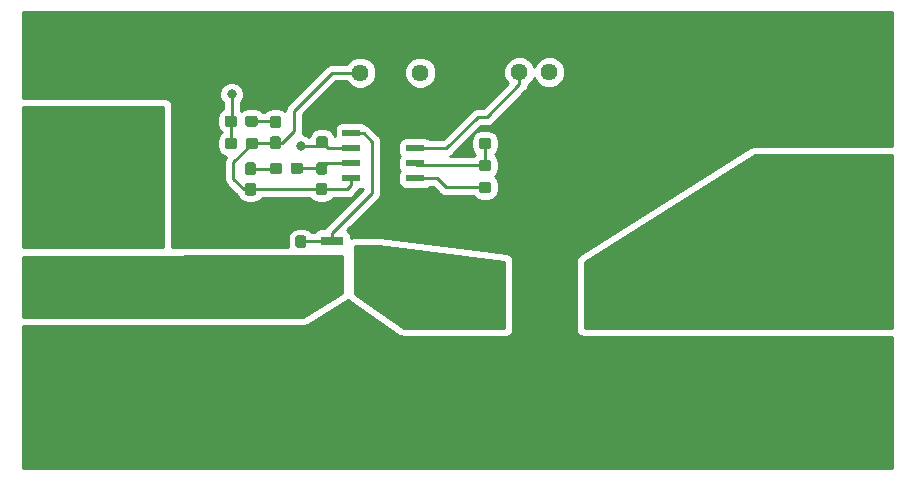
<source format=gbr>
G04 #@! TF.GenerationSoftware,KiCad,Pcbnew,5.0.2-bee76a0~70~ubuntu18.04.1*
G04 #@! TF.CreationDate,2019-01-01T14:35:21-08:00*
G04 #@! TF.ProjectId,Buck_Converter_V1,4275636b-5f43-46f6-9e76-65727465725f,rev?*
G04 #@! TF.SameCoordinates,Original*
G04 #@! TF.FileFunction,Copper,L1,Top*
G04 #@! TF.FilePolarity,Positive*
%FSLAX46Y46*%
G04 Gerber Fmt 4.6, Leading zero omitted, Abs format (unit mm)*
G04 Created by KiCad (PCBNEW 5.0.2-bee76a0~70~ubuntu18.04.1) date Tue 01 Jan 2019 02:35:21 PM PST*
%MOMM*%
%LPD*%
G01*
G04 APERTURE LIST*
G04 #@! TA.AperFunction,ComponentPad*
%ADD10R,1.700000X1.700000*%
G04 #@! TD*
G04 #@! TA.AperFunction,Conductor*
%ADD11C,0.100000*%
G04 #@! TD*
G04 #@! TA.AperFunction,SMDPad,CuDef*
%ADD12C,0.950000*%
G04 #@! TD*
G04 #@! TA.AperFunction,SMDPad,CuDef*
%ADD13R,1.900000X4.200000*%
G04 #@! TD*
G04 #@! TA.AperFunction,SMDPad,CuDef*
%ADD14R,1.800000X3.500000*%
G04 #@! TD*
G04 #@! TA.AperFunction,SMDPad,CuDef*
%ADD15R,2.900000X5.400000*%
G04 #@! TD*
G04 #@! TA.AperFunction,ComponentPad*
%ADD16C,1.440000*%
G04 #@! TD*
G04 #@! TA.AperFunction,SMDPad,CuDef*
%ADD17R,1.550000X0.600000*%
G04 #@! TD*
G04 #@! TA.AperFunction,SMDPad,CuDef*
%ADD18R,1.900000X0.800000*%
G04 #@! TD*
G04 #@! TA.AperFunction,ViaPad*
%ADD19C,0.800000*%
G04 #@! TD*
G04 #@! TA.AperFunction,Conductor*
%ADD20C,0.250000*%
G04 #@! TD*
G04 #@! TA.AperFunction,Conductor*
%ADD21C,0.254000*%
G04 #@! TD*
G04 APERTURE END LIST*
D10*
G04 #@! TO.P,OUT+,1*
G04 #@! TO.N,Vout*
X178800000Y-85380000D03*
G04 #@! TD*
G04 #@! TO.P,OUT-,1*
G04 #@! TO.N,GND*
X178800000Y-104000000D03*
G04 #@! TD*
G04 #@! TO.P,IN-,1*
G04 #@! TO.N,GND*
X113800000Y-104000000D03*
G04 #@! TD*
D11*
G04 #@! TO.N,Net-(C1-Pad1)*
G04 #@! TO.C,C1*
G36*
X148902079Y-81415744D02*
X148925134Y-81419163D01*
X148947743Y-81424827D01*
X148969687Y-81432679D01*
X148990757Y-81442644D01*
X149010748Y-81454626D01*
X149029468Y-81468510D01*
X149046738Y-81484162D01*
X149062390Y-81501432D01*
X149076274Y-81520152D01*
X149088256Y-81540143D01*
X149098221Y-81561213D01*
X149106073Y-81583157D01*
X149111737Y-81605766D01*
X149115156Y-81628821D01*
X149116300Y-81652100D01*
X149116300Y-82127100D01*
X149115156Y-82150379D01*
X149111737Y-82173434D01*
X149106073Y-82196043D01*
X149098221Y-82217987D01*
X149088256Y-82239057D01*
X149076274Y-82259048D01*
X149062390Y-82277768D01*
X149046738Y-82295038D01*
X149029468Y-82310690D01*
X149010748Y-82324574D01*
X148990757Y-82336556D01*
X148969687Y-82346521D01*
X148947743Y-82354373D01*
X148925134Y-82360037D01*
X148902079Y-82363456D01*
X148878800Y-82364600D01*
X148303800Y-82364600D01*
X148280521Y-82363456D01*
X148257466Y-82360037D01*
X148234857Y-82354373D01*
X148212913Y-82346521D01*
X148191843Y-82336556D01*
X148171852Y-82324574D01*
X148153132Y-82310690D01*
X148135862Y-82295038D01*
X148120210Y-82277768D01*
X148106326Y-82259048D01*
X148094344Y-82239057D01*
X148084379Y-82217987D01*
X148076527Y-82196043D01*
X148070863Y-82173434D01*
X148067444Y-82150379D01*
X148066300Y-82127100D01*
X148066300Y-81652100D01*
X148067444Y-81628821D01*
X148070863Y-81605766D01*
X148076527Y-81583157D01*
X148084379Y-81561213D01*
X148094344Y-81540143D01*
X148106326Y-81520152D01*
X148120210Y-81501432D01*
X148135862Y-81484162D01*
X148153132Y-81468510D01*
X148171852Y-81454626D01*
X148191843Y-81442644D01*
X148212913Y-81432679D01*
X148234857Y-81424827D01*
X148257466Y-81419163D01*
X148280521Y-81415744D01*
X148303800Y-81414600D01*
X148878800Y-81414600D01*
X148902079Y-81415744D01*
X148902079Y-81415744D01*
G37*
D12*
G04 #@! TD*
G04 #@! TO.P,C1,1*
G04 #@! TO.N,Net-(C1-Pad1)*
X148591300Y-81889600D03*
D11*
G04 #@! TO.N,GND*
G04 #@! TO.C,C1*
G36*
X150652079Y-81415744D02*
X150675134Y-81419163D01*
X150697743Y-81424827D01*
X150719687Y-81432679D01*
X150740757Y-81442644D01*
X150760748Y-81454626D01*
X150779468Y-81468510D01*
X150796738Y-81484162D01*
X150812390Y-81501432D01*
X150826274Y-81520152D01*
X150838256Y-81540143D01*
X150848221Y-81561213D01*
X150856073Y-81583157D01*
X150861737Y-81605766D01*
X150865156Y-81628821D01*
X150866300Y-81652100D01*
X150866300Y-82127100D01*
X150865156Y-82150379D01*
X150861737Y-82173434D01*
X150856073Y-82196043D01*
X150848221Y-82217987D01*
X150838256Y-82239057D01*
X150826274Y-82259048D01*
X150812390Y-82277768D01*
X150796738Y-82295038D01*
X150779468Y-82310690D01*
X150760748Y-82324574D01*
X150740757Y-82336556D01*
X150719687Y-82346521D01*
X150697743Y-82354373D01*
X150675134Y-82360037D01*
X150652079Y-82363456D01*
X150628800Y-82364600D01*
X150053800Y-82364600D01*
X150030521Y-82363456D01*
X150007466Y-82360037D01*
X149984857Y-82354373D01*
X149962913Y-82346521D01*
X149941843Y-82336556D01*
X149921852Y-82324574D01*
X149903132Y-82310690D01*
X149885862Y-82295038D01*
X149870210Y-82277768D01*
X149856326Y-82259048D01*
X149844344Y-82239057D01*
X149834379Y-82217987D01*
X149826527Y-82196043D01*
X149820863Y-82173434D01*
X149817444Y-82150379D01*
X149816300Y-82127100D01*
X149816300Y-81652100D01*
X149817444Y-81628821D01*
X149820863Y-81605766D01*
X149826527Y-81583157D01*
X149834379Y-81561213D01*
X149844344Y-81540143D01*
X149856326Y-81520152D01*
X149870210Y-81501432D01*
X149885862Y-81484162D01*
X149903132Y-81468510D01*
X149921852Y-81454626D01*
X149941843Y-81442644D01*
X149962913Y-81432679D01*
X149984857Y-81424827D01*
X150007466Y-81419163D01*
X150030521Y-81415744D01*
X150053800Y-81414600D01*
X150628800Y-81414600D01*
X150652079Y-81415744D01*
X150652079Y-81415744D01*
G37*
D12*
G04 #@! TD*
G04 #@! TO.P,C1,2*
G04 #@! TO.N,GND*
X150341300Y-81889600D03*
D13*
G04 #@! TO.P,C2,1*
G04 #@! TO.N,Vin*
X127279400Y-92143700D03*
G04 #@! TO.P,C2,2*
G04 #@! TO.N,GND*
X127279400Y-99143700D03*
G04 #@! TD*
D11*
G04 #@! TO.N,Net-(C3-Pad2)*
G04 #@! TO.C,C3*
G36*
X148902079Y-83269944D02*
X148925134Y-83273363D01*
X148947743Y-83279027D01*
X148969687Y-83286879D01*
X148990757Y-83296844D01*
X149010748Y-83308826D01*
X149029468Y-83322710D01*
X149046738Y-83338362D01*
X149062390Y-83355632D01*
X149076274Y-83374352D01*
X149088256Y-83394343D01*
X149098221Y-83415413D01*
X149106073Y-83437357D01*
X149111737Y-83459966D01*
X149115156Y-83483021D01*
X149116300Y-83506300D01*
X149116300Y-83981300D01*
X149115156Y-84004579D01*
X149111737Y-84027634D01*
X149106073Y-84050243D01*
X149098221Y-84072187D01*
X149088256Y-84093257D01*
X149076274Y-84113248D01*
X149062390Y-84131968D01*
X149046738Y-84149238D01*
X149029468Y-84164890D01*
X149010748Y-84178774D01*
X148990757Y-84190756D01*
X148969687Y-84200721D01*
X148947743Y-84208573D01*
X148925134Y-84214237D01*
X148902079Y-84217656D01*
X148878800Y-84218800D01*
X148303800Y-84218800D01*
X148280521Y-84217656D01*
X148257466Y-84214237D01*
X148234857Y-84208573D01*
X148212913Y-84200721D01*
X148191843Y-84190756D01*
X148171852Y-84178774D01*
X148153132Y-84164890D01*
X148135862Y-84149238D01*
X148120210Y-84131968D01*
X148106326Y-84113248D01*
X148094344Y-84093257D01*
X148084379Y-84072187D01*
X148076527Y-84050243D01*
X148070863Y-84027634D01*
X148067444Y-84004579D01*
X148066300Y-83981300D01*
X148066300Y-83506300D01*
X148067444Y-83483021D01*
X148070863Y-83459966D01*
X148076527Y-83437357D01*
X148084379Y-83415413D01*
X148094344Y-83394343D01*
X148106326Y-83374352D01*
X148120210Y-83355632D01*
X148135862Y-83338362D01*
X148153132Y-83322710D01*
X148171852Y-83308826D01*
X148191843Y-83296844D01*
X148212913Y-83286879D01*
X148234857Y-83279027D01*
X148257466Y-83273363D01*
X148280521Y-83269944D01*
X148303800Y-83268800D01*
X148878800Y-83268800D01*
X148902079Y-83269944D01*
X148902079Y-83269944D01*
G37*
D12*
G04 #@! TD*
G04 #@! TO.P,C3,2*
G04 #@! TO.N,Net-(C3-Pad2)*
X148591300Y-83743800D03*
D11*
G04 #@! TO.N,GND*
G04 #@! TO.C,C3*
G36*
X150652079Y-83269944D02*
X150675134Y-83273363D01*
X150697743Y-83279027D01*
X150719687Y-83286879D01*
X150740757Y-83296844D01*
X150760748Y-83308826D01*
X150779468Y-83322710D01*
X150796738Y-83338362D01*
X150812390Y-83355632D01*
X150826274Y-83374352D01*
X150838256Y-83394343D01*
X150848221Y-83415413D01*
X150856073Y-83437357D01*
X150861737Y-83459966D01*
X150865156Y-83483021D01*
X150866300Y-83506300D01*
X150866300Y-83981300D01*
X150865156Y-84004579D01*
X150861737Y-84027634D01*
X150856073Y-84050243D01*
X150848221Y-84072187D01*
X150838256Y-84093257D01*
X150826274Y-84113248D01*
X150812390Y-84131968D01*
X150796738Y-84149238D01*
X150779468Y-84164890D01*
X150760748Y-84178774D01*
X150740757Y-84190756D01*
X150719687Y-84200721D01*
X150697743Y-84208573D01*
X150675134Y-84214237D01*
X150652079Y-84217656D01*
X150628800Y-84218800D01*
X150053800Y-84218800D01*
X150030521Y-84217656D01*
X150007466Y-84214237D01*
X149984857Y-84208573D01*
X149962913Y-84200721D01*
X149941843Y-84190756D01*
X149921852Y-84178774D01*
X149903132Y-84164890D01*
X149885862Y-84149238D01*
X149870210Y-84131968D01*
X149856326Y-84113248D01*
X149844344Y-84093257D01*
X149834379Y-84072187D01*
X149826527Y-84050243D01*
X149820863Y-84027634D01*
X149817444Y-84004579D01*
X149816300Y-83981300D01*
X149816300Y-83506300D01*
X149817444Y-83483021D01*
X149820863Y-83459966D01*
X149826527Y-83437357D01*
X149834379Y-83415413D01*
X149844344Y-83394343D01*
X149856326Y-83374352D01*
X149870210Y-83355632D01*
X149885862Y-83338362D01*
X149903132Y-83322710D01*
X149921852Y-83308826D01*
X149941843Y-83296844D01*
X149962913Y-83286879D01*
X149984857Y-83279027D01*
X150007466Y-83273363D01*
X150030521Y-83269944D01*
X150053800Y-83268800D01*
X150628800Y-83268800D01*
X150652079Y-83269944D01*
X150652079Y-83269944D01*
G37*
D12*
G04 #@! TD*
G04 #@! TO.P,C3,1*
G04 #@! TO.N,GND*
X150341300Y-83743800D03*
D11*
G04 #@! TO.N,GND*
G04 #@! TO.C,C4*
G36*
X135045879Y-77658644D02*
X135068934Y-77662063D01*
X135091543Y-77667727D01*
X135113487Y-77675579D01*
X135134557Y-77685544D01*
X135154548Y-77697526D01*
X135173268Y-77711410D01*
X135190538Y-77727062D01*
X135206190Y-77744332D01*
X135220074Y-77763052D01*
X135232056Y-77783043D01*
X135242021Y-77804113D01*
X135249873Y-77826057D01*
X135255537Y-77848666D01*
X135258956Y-77871721D01*
X135260100Y-77895000D01*
X135260100Y-78470000D01*
X135258956Y-78493279D01*
X135255537Y-78516334D01*
X135249873Y-78538943D01*
X135242021Y-78560887D01*
X135232056Y-78581957D01*
X135220074Y-78601948D01*
X135206190Y-78620668D01*
X135190538Y-78637938D01*
X135173268Y-78653590D01*
X135154548Y-78667474D01*
X135134557Y-78679456D01*
X135113487Y-78689421D01*
X135091543Y-78697273D01*
X135068934Y-78702937D01*
X135045879Y-78706356D01*
X135022600Y-78707500D01*
X134547600Y-78707500D01*
X134524321Y-78706356D01*
X134501266Y-78702937D01*
X134478657Y-78697273D01*
X134456713Y-78689421D01*
X134435643Y-78679456D01*
X134415652Y-78667474D01*
X134396932Y-78653590D01*
X134379662Y-78637938D01*
X134364010Y-78620668D01*
X134350126Y-78601948D01*
X134338144Y-78581957D01*
X134328179Y-78560887D01*
X134320327Y-78538943D01*
X134314663Y-78516334D01*
X134311244Y-78493279D01*
X134310100Y-78470000D01*
X134310100Y-77895000D01*
X134311244Y-77871721D01*
X134314663Y-77848666D01*
X134320327Y-77826057D01*
X134328179Y-77804113D01*
X134338144Y-77783043D01*
X134350126Y-77763052D01*
X134364010Y-77744332D01*
X134379662Y-77727062D01*
X134396932Y-77711410D01*
X134415652Y-77697526D01*
X134435643Y-77685544D01*
X134456713Y-77675579D01*
X134478657Y-77667727D01*
X134501266Y-77662063D01*
X134524321Y-77658644D01*
X134547600Y-77657500D01*
X135022600Y-77657500D01*
X135045879Y-77658644D01*
X135045879Y-77658644D01*
G37*
D12*
G04 #@! TD*
G04 #@! TO.P,C4,2*
G04 #@! TO.N,GND*
X134785100Y-78182500D03*
D11*
G04 #@! TO.N,Vin*
G04 #@! TO.C,C4*
G36*
X135045879Y-79408644D02*
X135068934Y-79412063D01*
X135091543Y-79417727D01*
X135113487Y-79425579D01*
X135134557Y-79435544D01*
X135154548Y-79447526D01*
X135173268Y-79461410D01*
X135190538Y-79477062D01*
X135206190Y-79494332D01*
X135220074Y-79513052D01*
X135232056Y-79533043D01*
X135242021Y-79554113D01*
X135249873Y-79576057D01*
X135255537Y-79598666D01*
X135258956Y-79621721D01*
X135260100Y-79645000D01*
X135260100Y-80220000D01*
X135258956Y-80243279D01*
X135255537Y-80266334D01*
X135249873Y-80288943D01*
X135242021Y-80310887D01*
X135232056Y-80331957D01*
X135220074Y-80351948D01*
X135206190Y-80370668D01*
X135190538Y-80387938D01*
X135173268Y-80403590D01*
X135154548Y-80417474D01*
X135134557Y-80429456D01*
X135113487Y-80439421D01*
X135091543Y-80447273D01*
X135068934Y-80452937D01*
X135045879Y-80456356D01*
X135022600Y-80457500D01*
X134547600Y-80457500D01*
X134524321Y-80456356D01*
X134501266Y-80452937D01*
X134478657Y-80447273D01*
X134456713Y-80439421D01*
X134435643Y-80429456D01*
X134415652Y-80417474D01*
X134396932Y-80403590D01*
X134379662Y-80387938D01*
X134364010Y-80370668D01*
X134350126Y-80351948D01*
X134338144Y-80331957D01*
X134328179Y-80310887D01*
X134320327Y-80288943D01*
X134314663Y-80266334D01*
X134311244Y-80243279D01*
X134310100Y-80220000D01*
X134310100Y-79645000D01*
X134311244Y-79621721D01*
X134314663Y-79598666D01*
X134320327Y-79576057D01*
X134328179Y-79554113D01*
X134338144Y-79533043D01*
X134350126Y-79513052D01*
X134364010Y-79494332D01*
X134379662Y-79477062D01*
X134396932Y-79461410D01*
X134415652Y-79447526D01*
X134435643Y-79435544D01*
X134456713Y-79425579D01*
X134478657Y-79417727D01*
X134501266Y-79412063D01*
X134524321Y-79408644D01*
X134547600Y-79407500D01*
X135022600Y-79407500D01*
X135045879Y-79408644D01*
X135045879Y-79408644D01*
G37*
D12*
G04 #@! TD*
G04 #@! TO.P,C4,1*
G04 #@! TO.N,Vin*
X134785100Y-79932500D03*
D11*
G04 #@! TO.N,Net-(C5-Pad1)*
G04 #@! TO.C,C5*
G36*
X131210979Y-81657044D02*
X131234034Y-81660463D01*
X131256643Y-81666127D01*
X131278587Y-81673979D01*
X131299657Y-81683944D01*
X131319648Y-81695926D01*
X131338368Y-81709810D01*
X131355638Y-81725462D01*
X131371290Y-81742732D01*
X131385174Y-81761452D01*
X131397156Y-81781443D01*
X131407121Y-81802513D01*
X131414973Y-81824457D01*
X131420637Y-81847066D01*
X131424056Y-81870121D01*
X131425200Y-81893400D01*
X131425200Y-82368400D01*
X131424056Y-82391679D01*
X131420637Y-82414734D01*
X131414973Y-82437343D01*
X131407121Y-82459287D01*
X131397156Y-82480357D01*
X131385174Y-82500348D01*
X131371290Y-82519068D01*
X131355638Y-82536338D01*
X131338368Y-82551990D01*
X131319648Y-82565874D01*
X131299657Y-82577856D01*
X131278587Y-82587821D01*
X131256643Y-82595673D01*
X131234034Y-82601337D01*
X131210979Y-82604756D01*
X131187700Y-82605900D01*
X130612700Y-82605900D01*
X130589421Y-82604756D01*
X130566366Y-82601337D01*
X130543757Y-82595673D01*
X130521813Y-82587821D01*
X130500743Y-82577856D01*
X130480752Y-82565874D01*
X130462032Y-82551990D01*
X130444762Y-82536338D01*
X130429110Y-82519068D01*
X130415226Y-82500348D01*
X130403244Y-82480357D01*
X130393279Y-82459287D01*
X130385427Y-82437343D01*
X130379763Y-82414734D01*
X130376344Y-82391679D01*
X130375200Y-82368400D01*
X130375200Y-81893400D01*
X130376344Y-81870121D01*
X130379763Y-81847066D01*
X130385427Y-81824457D01*
X130393279Y-81802513D01*
X130403244Y-81781443D01*
X130415226Y-81761452D01*
X130429110Y-81742732D01*
X130444762Y-81725462D01*
X130462032Y-81709810D01*
X130480752Y-81695926D01*
X130500743Y-81683944D01*
X130521813Y-81673979D01*
X130543757Y-81666127D01*
X130566366Y-81660463D01*
X130589421Y-81657044D01*
X130612700Y-81655900D01*
X131187700Y-81655900D01*
X131210979Y-81657044D01*
X131210979Y-81657044D01*
G37*
D12*
G04 #@! TD*
G04 #@! TO.P,C5,1*
G04 #@! TO.N,Net-(C5-Pad1)*
X130900200Y-82130900D03*
D11*
G04 #@! TO.N,Net-(C5-Pad2)*
G04 #@! TO.C,C5*
G36*
X132960979Y-81657044D02*
X132984034Y-81660463D01*
X133006643Y-81666127D01*
X133028587Y-81673979D01*
X133049657Y-81683944D01*
X133069648Y-81695926D01*
X133088368Y-81709810D01*
X133105638Y-81725462D01*
X133121290Y-81742732D01*
X133135174Y-81761452D01*
X133147156Y-81781443D01*
X133157121Y-81802513D01*
X133164973Y-81824457D01*
X133170637Y-81847066D01*
X133174056Y-81870121D01*
X133175200Y-81893400D01*
X133175200Y-82368400D01*
X133174056Y-82391679D01*
X133170637Y-82414734D01*
X133164973Y-82437343D01*
X133157121Y-82459287D01*
X133147156Y-82480357D01*
X133135174Y-82500348D01*
X133121290Y-82519068D01*
X133105638Y-82536338D01*
X133088368Y-82551990D01*
X133069648Y-82565874D01*
X133049657Y-82577856D01*
X133028587Y-82587821D01*
X133006643Y-82595673D01*
X132984034Y-82601337D01*
X132960979Y-82604756D01*
X132937700Y-82605900D01*
X132362700Y-82605900D01*
X132339421Y-82604756D01*
X132316366Y-82601337D01*
X132293757Y-82595673D01*
X132271813Y-82587821D01*
X132250743Y-82577856D01*
X132230752Y-82565874D01*
X132212032Y-82551990D01*
X132194762Y-82536338D01*
X132179110Y-82519068D01*
X132165226Y-82500348D01*
X132153244Y-82480357D01*
X132143279Y-82459287D01*
X132135427Y-82437343D01*
X132129763Y-82414734D01*
X132126344Y-82391679D01*
X132125200Y-82368400D01*
X132125200Y-81893400D01*
X132126344Y-81870121D01*
X132129763Y-81847066D01*
X132135427Y-81824457D01*
X132143279Y-81802513D01*
X132153244Y-81781443D01*
X132165226Y-81761452D01*
X132179110Y-81742732D01*
X132194762Y-81725462D01*
X132212032Y-81709810D01*
X132230752Y-81695926D01*
X132250743Y-81683944D01*
X132271813Y-81673979D01*
X132293757Y-81666127D01*
X132316366Y-81660463D01*
X132339421Y-81657044D01*
X132362700Y-81655900D01*
X132937700Y-81655900D01*
X132960979Y-81657044D01*
X132960979Y-81657044D01*
G37*
D12*
G04 #@! TD*
G04 #@! TO.P,C5,2*
G04 #@! TO.N,Net-(C5-Pad2)*
X132650200Y-82130900D03*
D13*
G04 #@! TO.P,C6,2*
G04 #@! TO.N,GND*
X167982900Y-100235900D03*
G04 #@! TO.P,C6,1*
G04 #@! TO.N,Vout*
X167982900Y-93235900D03*
G04 #@! TD*
D11*
G04 #@! TO.N,Net-(C5-Pad2)*
G04 #@! TO.C,C7*
G36*
X135020479Y-81621044D02*
X135043534Y-81624463D01*
X135066143Y-81630127D01*
X135088087Y-81637979D01*
X135109157Y-81647944D01*
X135129148Y-81659926D01*
X135147868Y-81673810D01*
X135165138Y-81689462D01*
X135180790Y-81706732D01*
X135194674Y-81725452D01*
X135206656Y-81745443D01*
X135216621Y-81766513D01*
X135224473Y-81788457D01*
X135230137Y-81811066D01*
X135233556Y-81834121D01*
X135234700Y-81857400D01*
X135234700Y-82432400D01*
X135233556Y-82455679D01*
X135230137Y-82478734D01*
X135224473Y-82501343D01*
X135216621Y-82523287D01*
X135206656Y-82544357D01*
X135194674Y-82564348D01*
X135180790Y-82583068D01*
X135165138Y-82600338D01*
X135147868Y-82615990D01*
X135129148Y-82629874D01*
X135109157Y-82641856D01*
X135088087Y-82651821D01*
X135066143Y-82659673D01*
X135043534Y-82665337D01*
X135020479Y-82668756D01*
X134997200Y-82669900D01*
X134522200Y-82669900D01*
X134498921Y-82668756D01*
X134475866Y-82665337D01*
X134453257Y-82659673D01*
X134431313Y-82651821D01*
X134410243Y-82641856D01*
X134390252Y-82629874D01*
X134371532Y-82615990D01*
X134354262Y-82600338D01*
X134338610Y-82583068D01*
X134324726Y-82564348D01*
X134312744Y-82544357D01*
X134302779Y-82523287D01*
X134294927Y-82501343D01*
X134289263Y-82478734D01*
X134285844Y-82455679D01*
X134284700Y-82432400D01*
X134284700Y-81857400D01*
X134285844Y-81834121D01*
X134289263Y-81811066D01*
X134294927Y-81788457D01*
X134302779Y-81766513D01*
X134312744Y-81745443D01*
X134324726Y-81725452D01*
X134338610Y-81706732D01*
X134354262Y-81689462D01*
X134371532Y-81673810D01*
X134390252Y-81659926D01*
X134410243Y-81647944D01*
X134431313Y-81637979D01*
X134453257Y-81630127D01*
X134475866Y-81624463D01*
X134498921Y-81621044D01*
X134522200Y-81619900D01*
X134997200Y-81619900D01*
X135020479Y-81621044D01*
X135020479Y-81621044D01*
G37*
D12*
G04 #@! TD*
G04 #@! TO.P,C7,2*
G04 #@! TO.N,Net-(C5-Pad2)*
X134759700Y-82144900D03*
D11*
G04 #@! TO.N,Net-(C7-Pad1)*
G04 #@! TO.C,C7*
G36*
X135020479Y-83371044D02*
X135043534Y-83374463D01*
X135066143Y-83380127D01*
X135088087Y-83387979D01*
X135109157Y-83397944D01*
X135129148Y-83409926D01*
X135147868Y-83423810D01*
X135165138Y-83439462D01*
X135180790Y-83456732D01*
X135194674Y-83475452D01*
X135206656Y-83495443D01*
X135216621Y-83516513D01*
X135224473Y-83538457D01*
X135230137Y-83561066D01*
X135233556Y-83584121D01*
X135234700Y-83607400D01*
X135234700Y-84182400D01*
X135233556Y-84205679D01*
X135230137Y-84228734D01*
X135224473Y-84251343D01*
X135216621Y-84273287D01*
X135206656Y-84294357D01*
X135194674Y-84314348D01*
X135180790Y-84333068D01*
X135165138Y-84350338D01*
X135147868Y-84365990D01*
X135129148Y-84379874D01*
X135109157Y-84391856D01*
X135088087Y-84401821D01*
X135066143Y-84409673D01*
X135043534Y-84415337D01*
X135020479Y-84418756D01*
X134997200Y-84419900D01*
X134522200Y-84419900D01*
X134498921Y-84418756D01*
X134475866Y-84415337D01*
X134453257Y-84409673D01*
X134431313Y-84401821D01*
X134410243Y-84391856D01*
X134390252Y-84379874D01*
X134371532Y-84365990D01*
X134354262Y-84350338D01*
X134338610Y-84333068D01*
X134324726Y-84314348D01*
X134312744Y-84294357D01*
X134302779Y-84273287D01*
X134294927Y-84251343D01*
X134289263Y-84228734D01*
X134285844Y-84205679D01*
X134284700Y-84182400D01*
X134284700Y-83607400D01*
X134285844Y-83584121D01*
X134289263Y-83561066D01*
X134294927Y-83538457D01*
X134302779Y-83516513D01*
X134312744Y-83495443D01*
X134324726Y-83475452D01*
X134338610Y-83456732D01*
X134354262Y-83439462D01*
X134371532Y-83423810D01*
X134390252Y-83409926D01*
X134410243Y-83397944D01*
X134431313Y-83387979D01*
X134453257Y-83380127D01*
X134475866Y-83374463D01*
X134498921Y-83371044D01*
X134522200Y-83369900D01*
X134997200Y-83369900D01*
X135020479Y-83371044D01*
X135020479Y-83371044D01*
G37*
D12*
G04 #@! TD*
G04 #@! TO.P,C7,1*
G04 #@! TO.N,Net-(C7-Pad1)*
X134759700Y-83894900D03*
D11*
G04 #@! TO.N,Vout*
G04 #@! TO.C,C8*
G36*
X127375579Y-77669244D02*
X127398634Y-77672663D01*
X127421243Y-77678327D01*
X127443187Y-77686179D01*
X127464257Y-77696144D01*
X127484248Y-77708126D01*
X127502968Y-77722010D01*
X127520238Y-77737662D01*
X127535890Y-77754932D01*
X127549774Y-77773652D01*
X127561756Y-77793643D01*
X127571721Y-77814713D01*
X127579573Y-77836657D01*
X127585237Y-77859266D01*
X127588656Y-77882321D01*
X127589800Y-77905600D01*
X127589800Y-78380600D01*
X127588656Y-78403879D01*
X127585237Y-78426934D01*
X127579573Y-78449543D01*
X127571721Y-78471487D01*
X127561756Y-78492557D01*
X127549774Y-78512548D01*
X127535890Y-78531268D01*
X127520238Y-78548538D01*
X127502968Y-78564190D01*
X127484248Y-78578074D01*
X127464257Y-78590056D01*
X127443187Y-78600021D01*
X127421243Y-78607873D01*
X127398634Y-78613537D01*
X127375579Y-78616956D01*
X127352300Y-78618100D01*
X126777300Y-78618100D01*
X126754021Y-78616956D01*
X126730966Y-78613537D01*
X126708357Y-78607873D01*
X126686413Y-78600021D01*
X126665343Y-78590056D01*
X126645352Y-78578074D01*
X126626632Y-78564190D01*
X126609362Y-78548538D01*
X126593710Y-78531268D01*
X126579826Y-78512548D01*
X126567844Y-78492557D01*
X126557879Y-78471487D01*
X126550027Y-78449543D01*
X126544363Y-78426934D01*
X126540944Y-78403879D01*
X126539800Y-78380600D01*
X126539800Y-77905600D01*
X126540944Y-77882321D01*
X126544363Y-77859266D01*
X126550027Y-77836657D01*
X126557879Y-77814713D01*
X126567844Y-77793643D01*
X126579826Y-77773652D01*
X126593710Y-77754932D01*
X126609362Y-77737662D01*
X126626632Y-77722010D01*
X126645352Y-77708126D01*
X126665343Y-77696144D01*
X126686413Y-77686179D01*
X126708357Y-77678327D01*
X126730966Y-77672663D01*
X126754021Y-77669244D01*
X126777300Y-77668100D01*
X127352300Y-77668100D01*
X127375579Y-77669244D01*
X127375579Y-77669244D01*
G37*
D12*
G04 #@! TD*
G04 #@! TO.P,C8,1*
G04 #@! TO.N,Vout*
X127064800Y-78143100D03*
D11*
G04 #@! TO.N,Net-(C8-Pad2)*
G04 #@! TO.C,C8*
G36*
X129125579Y-77669244D02*
X129148634Y-77672663D01*
X129171243Y-77678327D01*
X129193187Y-77686179D01*
X129214257Y-77696144D01*
X129234248Y-77708126D01*
X129252968Y-77722010D01*
X129270238Y-77737662D01*
X129285890Y-77754932D01*
X129299774Y-77773652D01*
X129311756Y-77793643D01*
X129321721Y-77814713D01*
X129329573Y-77836657D01*
X129335237Y-77859266D01*
X129338656Y-77882321D01*
X129339800Y-77905600D01*
X129339800Y-78380600D01*
X129338656Y-78403879D01*
X129335237Y-78426934D01*
X129329573Y-78449543D01*
X129321721Y-78471487D01*
X129311756Y-78492557D01*
X129299774Y-78512548D01*
X129285890Y-78531268D01*
X129270238Y-78548538D01*
X129252968Y-78564190D01*
X129234248Y-78578074D01*
X129214257Y-78590056D01*
X129193187Y-78600021D01*
X129171243Y-78607873D01*
X129148634Y-78613537D01*
X129125579Y-78616956D01*
X129102300Y-78618100D01*
X128527300Y-78618100D01*
X128504021Y-78616956D01*
X128480966Y-78613537D01*
X128458357Y-78607873D01*
X128436413Y-78600021D01*
X128415343Y-78590056D01*
X128395352Y-78578074D01*
X128376632Y-78564190D01*
X128359362Y-78548538D01*
X128343710Y-78531268D01*
X128329826Y-78512548D01*
X128317844Y-78492557D01*
X128307879Y-78471487D01*
X128300027Y-78449543D01*
X128294363Y-78426934D01*
X128290944Y-78403879D01*
X128289800Y-78380600D01*
X128289800Y-77905600D01*
X128290944Y-77882321D01*
X128294363Y-77859266D01*
X128300027Y-77836657D01*
X128307879Y-77814713D01*
X128317844Y-77793643D01*
X128329826Y-77773652D01*
X128343710Y-77754932D01*
X128359362Y-77737662D01*
X128376632Y-77722010D01*
X128395352Y-77708126D01*
X128415343Y-77696144D01*
X128436413Y-77686179D01*
X128458357Y-77678327D01*
X128480966Y-77672663D01*
X128504021Y-77669244D01*
X128527300Y-77668100D01*
X129102300Y-77668100D01*
X129125579Y-77669244D01*
X129125579Y-77669244D01*
G37*
D12*
G04 #@! TD*
G04 #@! TO.P,C8,2*
G04 #@! TO.N,Net-(C8-Pad2)*
X128814800Y-78143100D03*
D14*
G04 #@! TO.P,D1,1*
G04 #@! TO.N,Net-(D1-Pad1)*
X142760700Y-93842200D03*
G04 #@! TO.P,D1,2*
G04 #@! TO.N,GND*
X142760700Y-98842200D03*
G04 #@! TD*
D11*
G04 #@! TO.N,Vin*
G04 #@! TO.C,F1*
G36*
X120288479Y-89555944D02*
X120311534Y-89559363D01*
X120334143Y-89565027D01*
X120356087Y-89572879D01*
X120377157Y-89582844D01*
X120397148Y-89594826D01*
X120415868Y-89608710D01*
X120433138Y-89624362D01*
X120448790Y-89641632D01*
X120462674Y-89660352D01*
X120474656Y-89680343D01*
X120484621Y-89701413D01*
X120492473Y-89723357D01*
X120498137Y-89745966D01*
X120501556Y-89769021D01*
X120502700Y-89792300D01*
X120502700Y-90367300D01*
X120501556Y-90390579D01*
X120498137Y-90413634D01*
X120492473Y-90436243D01*
X120484621Y-90458187D01*
X120474656Y-90479257D01*
X120462674Y-90499248D01*
X120448790Y-90517968D01*
X120433138Y-90535238D01*
X120415868Y-90550890D01*
X120397148Y-90564774D01*
X120377157Y-90576756D01*
X120356087Y-90586721D01*
X120334143Y-90594573D01*
X120311534Y-90600237D01*
X120288479Y-90603656D01*
X120265200Y-90604800D01*
X119790200Y-90604800D01*
X119766921Y-90603656D01*
X119743866Y-90600237D01*
X119721257Y-90594573D01*
X119699313Y-90586721D01*
X119678243Y-90576756D01*
X119658252Y-90564774D01*
X119639532Y-90550890D01*
X119622262Y-90535238D01*
X119606610Y-90517968D01*
X119592726Y-90499248D01*
X119580744Y-90479257D01*
X119570779Y-90458187D01*
X119562927Y-90436243D01*
X119557263Y-90413634D01*
X119553844Y-90390579D01*
X119552700Y-90367300D01*
X119552700Y-89792300D01*
X119553844Y-89769021D01*
X119557263Y-89745966D01*
X119562927Y-89723357D01*
X119570779Y-89701413D01*
X119580744Y-89680343D01*
X119592726Y-89660352D01*
X119606610Y-89641632D01*
X119622262Y-89624362D01*
X119639532Y-89608710D01*
X119658252Y-89594826D01*
X119678243Y-89582844D01*
X119699313Y-89572879D01*
X119721257Y-89565027D01*
X119743866Y-89559363D01*
X119766921Y-89555944D01*
X119790200Y-89554800D01*
X120265200Y-89554800D01*
X120288479Y-89555944D01*
X120288479Y-89555944D01*
G37*
D12*
G04 #@! TD*
G04 #@! TO.P,F1,1*
G04 #@! TO.N,Vin*
X120027700Y-90079800D03*
D11*
G04 #@! TO.N,Net-(F1-Pad2)*
G04 #@! TO.C,F1*
G36*
X120288479Y-87805944D02*
X120311534Y-87809363D01*
X120334143Y-87815027D01*
X120356087Y-87822879D01*
X120377157Y-87832844D01*
X120397148Y-87844826D01*
X120415868Y-87858710D01*
X120433138Y-87874362D01*
X120448790Y-87891632D01*
X120462674Y-87910352D01*
X120474656Y-87930343D01*
X120484621Y-87951413D01*
X120492473Y-87973357D01*
X120498137Y-87995966D01*
X120501556Y-88019021D01*
X120502700Y-88042300D01*
X120502700Y-88617300D01*
X120501556Y-88640579D01*
X120498137Y-88663634D01*
X120492473Y-88686243D01*
X120484621Y-88708187D01*
X120474656Y-88729257D01*
X120462674Y-88749248D01*
X120448790Y-88767968D01*
X120433138Y-88785238D01*
X120415868Y-88800890D01*
X120397148Y-88814774D01*
X120377157Y-88826756D01*
X120356087Y-88836721D01*
X120334143Y-88844573D01*
X120311534Y-88850237D01*
X120288479Y-88853656D01*
X120265200Y-88854800D01*
X119790200Y-88854800D01*
X119766921Y-88853656D01*
X119743866Y-88850237D01*
X119721257Y-88844573D01*
X119699313Y-88836721D01*
X119678243Y-88826756D01*
X119658252Y-88814774D01*
X119639532Y-88800890D01*
X119622262Y-88785238D01*
X119606610Y-88767968D01*
X119592726Y-88749248D01*
X119580744Y-88729257D01*
X119570779Y-88708187D01*
X119562927Y-88686243D01*
X119557263Y-88663634D01*
X119553844Y-88640579D01*
X119552700Y-88617300D01*
X119552700Y-88042300D01*
X119553844Y-88019021D01*
X119557263Y-87995966D01*
X119562927Y-87973357D01*
X119570779Y-87951413D01*
X119580744Y-87930343D01*
X119592726Y-87910352D01*
X119606610Y-87891632D01*
X119622262Y-87874362D01*
X119639532Y-87858710D01*
X119658252Y-87844826D01*
X119678243Y-87832844D01*
X119699313Y-87822879D01*
X119721257Y-87815027D01*
X119743866Y-87809363D01*
X119766921Y-87805944D01*
X119790200Y-87804800D01*
X120265200Y-87804800D01*
X120288479Y-87805944D01*
X120288479Y-87805944D01*
G37*
D12*
G04 #@! TD*
G04 #@! TO.P,F1,2*
G04 #@! TO.N,Net-(F1-Pad2)*
X120027700Y-88329800D03*
D10*
G04 #@! TO.P,J1,1*
G04 #@! TO.N,Net-(F1-Pad2)*
X113800000Y-85800000D03*
G04 #@! TD*
G04 #@! TO.P,J2,1*
G04 #@! TO.N,GND*
X113800000Y-98500000D03*
G04 #@! TD*
G04 #@! TO.P,J3,1*
G04 #@! TO.N,Vout*
X178800000Y-90880000D03*
G04 #@! TD*
G04 #@! TO.P,J4,1*
G04 #@! TO.N,GND*
X178800000Y-98500000D03*
G04 #@! TD*
D15*
G04 #@! TO.P,L1,1*
G04 #@! TO.N,Net-(D1-Pad1)*
X148694600Y-92862400D03*
G04 #@! TO.P,L1,2*
G04 #@! TO.N,Vout*
X158594600Y-92862400D03*
G04 #@! TD*
D11*
G04 #@! TO.N,Net-(C1-Pad1)*
G04 #@! TO.C,R1*
G36*
X148889379Y-79574244D02*
X148912434Y-79577663D01*
X148935043Y-79583327D01*
X148956987Y-79591179D01*
X148978057Y-79601144D01*
X148998048Y-79613126D01*
X149016768Y-79627010D01*
X149034038Y-79642662D01*
X149049690Y-79659932D01*
X149063574Y-79678652D01*
X149075556Y-79698643D01*
X149085521Y-79719713D01*
X149093373Y-79741657D01*
X149099037Y-79764266D01*
X149102456Y-79787321D01*
X149103600Y-79810600D01*
X149103600Y-80285600D01*
X149102456Y-80308879D01*
X149099037Y-80331934D01*
X149093373Y-80354543D01*
X149085521Y-80376487D01*
X149075556Y-80397557D01*
X149063574Y-80417548D01*
X149049690Y-80436268D01*
X149034038Y-80453538D01*
X149016768Y-80469190D01*
X148998048Y-80483074D01*
X148978057Y-80495056D01*
X148956987Y-80505021D01*
X148935043Y-80512873D01*
X148912434Y-80518537D01*
X148889379Y-80521956D01*
X148866100Y-80523100D01*
X148291100Y-80523100D01*
X148267821Y-80521956D01*
X148244766Y-80518537D01*
X148222157Y-80512873D01*
X148200213Y-80505021D01*
X148179143Y-80495056D01*
X148159152Y-80483074D01*
X148140432Y-80469190D01*
X148123162Y-80453538D01*
X148107510Y-80436268D01*
X148093626Y-80417548D01*
X148081644Y-80397557D01*
X148071679Y-80376487D01*
X148063827Y-80354543D01*
X148058163Y-80331934D01*
X148054744Y-80308879D01*
X148053600Y-80285600D01*
X148053600Y-79810600D01*
X148054744Y-79787321D01*
X148058163Y-79764266D01*
X148063827Y-79741657D01*
X148071679Y-79719713D01*
X148081644Y-79698643D01*
X148093626Y-79678652D01*
X148107510Y-79659932D01*
X148123162Y-79642662D01*
X148140432Y-79627010D01*
X148159152Y-79613126D01*
X148179143Y-79601144D01*
X148200213Y-79591179D01*
X148222157Y-79583327D01*
X148244766Y-79577663D01*
X148267821Y-79574244D01*
X148291100Y-79573100D01*
X148866100Y-79573100D01*
X148889379Y-79574244D01*
X148889379Y-79574244D01*
G37*
D12*
G04 #@! TD*
G04 #@! TO.P,R1,1*
G04 #@! TO.N,Net-(C1-Pad1)*
X148578600Y-80048100D03*
D11*
G04 #@! TO.N,GND*
G04 #@! TO.C,R1*
G36*
X150639379Y-79574244D02*
X150662434Y-79577663D01*
X150685043Y-79583327D01*
X150706987Y-79591179D01*
X150728057Y-79601144D01*
X150748048Y-79613126D01*
X150766768Y-79627010D01*
X150784038Y-79642662D01*
X150799690Y-79659932D01*
X150813574Y-79678652D01*
X150825556Y-79698643D01*
X150835521Y-79719713D01*
X150843373Y-79741657D01*
X150849037Y-79764266D01*
X150852456Y-79787321D01*
X150853600Y-79810600D01*
X150853600Y-80285600D01*
X150852456Y-80308879D01*
X150849037Y-80331934D01*
X150843373Y-80354543D01*
X150835521Y-80376487D01*
X150825556Y-80397557D01*
X150813574Y-80417548D01*
X150799690Y-80436268D01*
X150784038Y-80453538D01*
X150766768Y-80469190D01*
X150748048Y-80483074D01*
X150728057Y-80495056D01*
X150706987Y-80505021D01*
X150685043Y-80512873D01*
X150662434Y-80518537D01*
X150639379Y-80521956D01*
X150616100Y-80523100D01*
X150041100Y-80523100D01*
X150017821Y-80521956D01*
X149994766Y-80518537D01*
X149972157Y-80512873D01*
X149950213Y-80505021D01*
X149929143Y-80495056D01*
X149909152Y-80483074D01*
X149890432Y-80469190D01*
X149873162Y-80453538D01*
X149857510Y-80436268D01*
X149843626Y-80417548D01*
X149831644Y-80397557D01*
X149821679Y-80376487D01*
X149813827Y-80354543D01*
X149808163Y-80331934D01*
X149804744Y-80308879D01*
X149803600Y-80285600D01*
X149803600Y-79810600D01*
X149804744Y-79787321D01*
X149808163Y-79764266D01*
X149813827Y-79741657D01*
X149821679Y-79719713D01*
X149831644Y-79698643D01*
X149843626Y-79678652D01*
X149857510Y-79659932D01*
X149873162Y-79642662D01*
X149890432Y-79627010D01*
X149909152Y-79613126D01*
X149929143Y-79601144D01*
X149950213Y-79591179D01*
X149972157Y-79583327D01*
X149994766Y-79577663D01*
X150017821Y-79574244D01*
X150041100Y-79573100D01*
X150616100Y-79573100D01*
X150639379Y-79574244D01*
X150639379Y-79574244D01*
G37*
D12*
G04 #@! TD*
G04 #@! TO.P,R1,2*
G04 #@! TO.N,GND*
X150328600Y-80048100D03*
D11*
G04 #@! TO.N,P_DRIVE*
G04 #@! TO.C,R2*
G36*
X133255179Y-87818644D02*
X133278234Y-87822063D01*
X133300843Y-87827727D01*
X133322787Y-87835579D01*
X133343857Y-87845544D01*
X133363848Y-87857526D01*
X133382568Y-87871410D01*
X133399838Y-87887062D01*
X133415490Y-87904332D01*
X133429374Y-87923052D01*
X133441356Y-87943043D01*
X133451321Y-87964113D01*
X133459173Y-87986057D01*
X133464837Y-88008666D01*
X133468256Y-88031721D01*
X133469400Y-88055000D01*
X133469400Y-88630000D01*
X133468256Y-88653279D01*
X133464837Y-88676334D01*
X133459173Y-88698943D01*
X133451321Y-88720887D01*
X133441356Y-88741957D01*
X133429374Y-88761948D01*
X133415490Y-88780668D01*
X133399838Y-88797938D01*
X133382568Y-88813590D01*
X133363848Y-88827474D01*
X133343857Y-88839456D01*
X133322787Y-88849421D01*
X133300843Y-88857273D01*
X133278234Y-88862937D01*
X133255179Y-88866356D01*
X133231900Y-88867500D01*
X132756900Y-88867500D01*
X132733621Y-88866356D01*
X132710566Y-88862937D01*
X132687957Y-88857273D01*
X132666013Y-88849421D01*
X132644943Y-88839456D01*
X132624952Y-88827474D01*
X132606232Y-88813590D01*
X132588962Y-88797938D01*
X132573310Y-88780668D01*
X132559426Y-88761948D01*
X132547444Y-88741957D01*
X132537479Y-88720887D01*
X132529627Y-88698943D01*
X132523963Y-88676334D01*
X132520544Y-88653279D01*
X132519400Y-88630000D01*
X132519400Y-88055000D01*
X132520544Y-88031721D01*
X132523963Y-88008666D01*
X132529627Y-87986057D01*
X132537479Y-87964113D01*
X132547444Y-87943043D01*
X132559426Y-87923052D01*
X132573310Y-87904332D01*
X132588962Y-87887062D01*
X132606232Y-87871410D01*
X132624952Y-87857526D01*
X132644943Y-87845544D01*
X132666013Y-87835579D01*
X132687957Y-87827727D01*
X132710566Y-87822063D01*
X132733621Y-87818644D01*
X132756900Y-87817500D01*
X133231900Y-87817500D01*
X133255179Y-87818644D01*
X133255179Y-87818644D01*
G37*
D12*
G04 #@! TD*
G04 #@! TO.P,R2,1*
G04 #@! TO.N,P_DRIVE*
X132994400Y-88342500D03*
D11*
G04 #@! TO.N,Vin*
G04 #@! TO.C,R2*
G36*
X133255179Y-89568644D02*
X133278234Y-89572063D01*
X133300843Y-89577727D01*
X133322787Y-89585579D01*
X133343857Y-89595544D01*
X133363848Y-89607526D01*
X133382568Y-89621410D01*
X133399838Y-89637062D01*
X133415490Y-89654332D01*
X133429374Y-89673052D01*
X133441356Y-89693043D01*
X133451321Y-89714113D01*
X133459173Y-89736057D01*
X133464837Y-89758666D01*
X133468256Y-89781721D01*
X133469400Y-89805000D01*
X133469400Y-90380000D01*
X133468256Y-90403279D01*
X133464837Y-90426334D01*
X133459173Y-90448943D01*
X133451321Y-90470887D01*
X133441356Y-90491957D01*
X133429374Y-90511948D01*
X133415490Y-90530668D01*
X133399838Y-90547938D01*
X133382568Y-90563590D01*
X133363848Y-90577474D01*
X133343857Y-90589456D01*
X133322787Y-90599421D01*
X133300843Y-90607273D01*
X133278234Y-90612937D01*
X133255179Y-90616356D01*
X133231900Y-90617500D01*
X132756900Y-90617500D01*
X132733621Y-90616356D01*
X132710566Y-90612937D01*
X132687957Y-90607273D01*
X132666013Y-90599421D01*
X132644943Y-90589456D01*
X132624952Y-90577474D01*
X132606232Y-90563590D01*
X132588962Y-90547938D01*
X132573310Y-90530668D01*
X132559426Y-90511948D01*
X132547444Y-90491957D01*
X132537479Y-90470887D01*
X132529627Y-90448943D01*
X132523963Y-90426334D01*
X132520544Y-90403279D01*
X132519400Y-90380000D01*
X132519400Y-89805000D01*
X132520544Y-89781721D01*
X132523963Y-89758666D01*
X132529627Y-89736057D01*
X132537479Y-89714113D01*
X132547444Y-89693043D01*
X132559426Y-89673052D01*
X132573310Y-89654332D01*
X132588962Y-89637062D01*
X132606232Y-89621410D01*
X132624952Y-89607526D01*
X132644943Y-89595544D01*
X132666013Y-89585579D01*
X132687957Y-89577727D01*
X132710566Y-89572063D01*
X132733621Y-89568644D01*
X132756900Y-89567500D01*
X133231900Y-89567500D01*
X133255179Y-89568644D01*
X133255179Y-89568644D01*
G37*
D12*
G04 #@! TD*
G04 #@! TO.P,R2,2*
G04 #@! TO.N,Vin*
X132994400Y-90092500D03*
D11*
G04 #@! TO.N,Net-(C5-Pad1)*
G04 #@! TO.C,R3*
G36*
X129000679Y-81646444D02*
X129023734Y-81649863D01*
X129046343Y-81655527D01*
X129068287Y-81663379D01*
X129089357Y-81673344D01*
X129109348Y-81685326D01*
X129128068Y-81699210D01*
X129145338Y-81714862D01*
X129160990Y-81732132D01*
X129174874Y-81750852D01*
X129186856Y-81770843D01*
X129196821Y-81791913D01*
X129204673Y-81813857D01*
X129210337Y-81836466D01*
X129213756Y-81859521D01*
X129214900Y-81882800D01*
X129214900Y-82457800D01*
X129213756Y-82481079D01*
X129210337Y-82504134D01*
X129204673Y-82526743D01*
X129196821Y-82548687D01*
X129186856Y-82569757D01*
X129174874Y-82589748D01*
X129160990Y-82608468D01*
X129145338Y-82625738D01*
X129128068Y-82641390D01*
X129109348Y-82655274D01*
X129089357Y-82667256D01*
X129068287Y-82677221D01*
X129046343Y-82685073D01*
X129023734Y-82690737D01*
X129000679Y-82694156D01*
X128977400Y-82695300D01*
X128502400Y-82695300D01*
X128479121Y-82694156D01*
X128456066Y-82690737D01*
X128433457Y-82685073D01*
X128411513Y-82677221D01*
X128390443Y-82667256D01*
X128370452Y-82655274D01*
X128351732Y-82641390D01*
X128334462Y-82625738D01*
X128318810Y-82608468D01*
X128304926Y-82589748D01*
X128292944Y-82569757D01*
X128282979Y-82548687D01*
X128275127Y-82526743D01*
X128269463Y-82504134D01*
X128266044Y-82481079D01*
X128264900Y-82457800D01*
X128264900Y-81882800D01*
X128266044Y-81859521D01*
X128269463Y-81836466D01*
X128275127Y-81813857D01*
X128282979Y-81791913D01*
X128292944Y-81770843D01*
X128304926Y-81750852D01*
X128318810Y-81732132D01*
X128334462Y-81714862D01*
X128351732Y-81699210D01*
X128370452Y-81685326D01*
X128390443Y-81673344D01*
X128411513Y-81663379D01*
X128433457Y-81655527D01*
X128456066Y-81649863D01*
X128479121Y-81646444D01*
X128502400Y-81645300D01*
X128977400Y-81645300D01*
X129000679Y-81646444D01*
X129000679Y-81646444D01*
G37*
D12*
G04 #@! TD*
G04 #@! TO.P,R3,2*
G04 #@! TO.N,Net-(C5-Pad1)*
X128739900Y-82170300D03*
D11*
G04 #@! TO.N,Net-(C7-Pad1)*
G04 #@! TO.C,R3*
G36*
X129000679Y-83396444D02*
X129023734Y-83399863D01*
X129046343Y-83405527D01*
X129068287Y-83413379D01*
X129089357Y-83423344D01*
X129109348Y-83435326D01*
X129128068Y-83449210D01*
X129145338Y-83464862D01*
X129160990Y-83482132D01*
X129174874Y-83500852D01*
X129186856Y-83520843D01*
X129196821Y-83541913D01*
X129204673Y-83563857D01*
X129210337Y-83586466D01*
X129213756Y-83609521D01*
X129214900Y-83632800D01*
X129214900Y-84207800D01*
X129213756Y-84231079D01*
X129210337Y-84254134D01*
X129204673Y-84276743D01*
X129196821Y-84298687D01*
X129186856Y-84319757D01*
X129174874Y-84339748D01*
X129160990Y-84358468D01*
X129145338Y-84375738D01*
X129128068Y-84391390D01*
X129109348Y-84405274D01*
X129089357Y-84417256D01*
X129068287Y-84427221D01*
X129046343Y-84435073D01*
X129023734Y-84440737D01*
X129000679Y-84444156D01*
X128977400Y-84445300D01*
X128502400Y-84445300D01*
X128479121Y-84444156D01*
X128456066Y-84440737D01*
X128433457Y-84435073D01*
X128411513Y-84427221D01*
X128390443Y-84417256D01*
X128370452Y-84405274D01*
X128351732Y-84391390D01*
X128334462Y-84375738D01*
X128318810Y-84358468D01*
X128304926Y-84339748D01*
X128292944Y-84319757D01*
X128282979Y-84298687D01*
X128275127Y-84276743D01*
X128269463Y-84254134D01*
X128266044Y-84231079D01*
X128264900Y-84207800D01*
X128264900Y-83632800D01*
X128266044Y-83609521D01*
X128269463Y-83586466D01*
X128275127Y-83563857D01*
X128282979Y-83541913D01*
X128292944Y-83520843D01*
X128304926Y-83500852D01*
X128318810Y-83482132D01*
X128334462Y-83464862D01*
X128351732Y-83449210D01*
X128370452Y-83435326D01*
X128390443Y-83423344D01*
X128411513Y-83413379D01*
X128433457Y-83405527D01*
X128456066Y-83399863D01*
X128479121Y-83396444D01*
X128502400Y-83395300D01*
X128977400Y-83395300D01*
X129000679Y-83396444D01*
X129000679Y-83396444D01*
G37*
D12*
G04 #@! TD*
G04 #@! TO.P,R3,1*
G04 #@! TO.N,Net-(C7-Pad1)*
X128739900Y-83920300D03*
D11*
G04 #@! TO.N,Vout*
G04 #@! TO.C,R4*
G36*
X127400979Y-79574244D02*
X127424034Y-79577663D01*
X127446643Y-79583327D01*
X127468587Y-79591179D01*
X127489657Y-79601144D01*
X127509648Y-79613126D01*
X127528368Y-79627010D01*
X127545638Y-79642662D01*
X127561290Y-79659932D01*
X127575174Y-79678652D01*
X127587156Y-79698643D01*
X127597121Y-79719713D01*
X127604973Y-79741657D01*
X127610637Y-79764266D01*
X127614056Y-79787321D01*
X127615200Y-79810600D01*
X127615200Y-80285600D01*
X127614056Y-80308879D01*
X127610637Y-80331934D01*
X127604973Y-80354543D01*
X127597121Y-80376487D01*
X127587156Y-80397557D01*
X127575174Y-80417548D01*
X127561290Y-80436268D01*
X127545638Y-80453538D01*
X127528368Y-80469190D01*
X127509648Y-80483074D01*
X127489657Y-80495056D01*
X127468587Y-80505021D01*
X127446643Y-80512873D01*
X127424034Y-80518537D01*
X127400979Y-80521956D01*
X127377700Y-80523100D01*
X126802700Y-80523100D01*
X126779421Y-80521956D01*
X126756366Y-80518537D01*
X126733757Y-80512873D01*
X126711813Y-80505021D01*
X126690743Y-80495056D01*
X126670752Y-80483074D01*
X126652032Y-80469190D01*
X126634762Y-80453538D01*
X126619110Y-80436268D01*
X126605226Y-80417548D01*
X126593244Y-80397557D01*
X126583279Y-80376487D01*
X126575427Y-80354543D01*
X126569763Y-80331934D01*
X126566344Y-80308879D01*
X126565200Y-80285600D01*
X126565200Y-79810600D01*
X126566344Y-79787321D01*
X126569763Y-79764266D01*
X126575427Y-79741657D01*
X126583279Y-79719713D01*
X126593244Y-79698643D01*
X126605226Y-79678652D01*
X126619110Y-79659932D01*
X126634762Y-79642662D01*
X126652032Y-79627010D01*
X126670752Y-79613126D01*
X126690743Y-79601144D01*
X126711813Y-79591179D01*
X126733757Y-79583327D01*
X126756366Y-79577663D01*
X126779421Y-79574244D01*
X126802700Y-79573100D01*
X127377700Y-79573100D01*
X127400979Y-79574244D01*
X127400979Y-79574244D01*
G37*
D12*
G04 #@! TD*
G04 #@! TO.P,R4,1*
G04 #@! TO.N,Vout*
X127090200Y-80048100D03*
D11*
G04 #@! TO.N,Net-(C7-Pad1)*
G04 #@! TO.C,R4*
G36*
X129150979Y-79574244D02*
X129174034Y-79577663D01*
X129196643Y-79583327D01*
X129218587Y-79591179D01*
X129239657Y-79601144D01*
X129259648Y-79613126D01*
X129278368Y-79627010D01*
X129295638Y-79642662D01*
X129311290Y-79659932D01*
X129325174Y-79678652D01*
X129337156Y-79698643D01*
X129347121Y-79719713D01*
X129354973Y-79741657D01*
X129360637Y-79764266D01*
X129364056Y-79787321D01*
X129365200Y-79810600D01*
X129365200Y-80285600D01*
X129364056Y-80308879D01*
X129360637Y-80331934D01*
X129354973Y-80354543D01*
X129347121Y-80376487D01*
X129337156Y-80397557D01*
X129325174Y-80417548D01*
X129311290Y-80436268D01*
X129295638Y-80453538D01*
X129278368Y-80469190D01*
X129259648Y-80483074D01*
X129239657Y-80495056D01*
X129218587Y-80505021D01*
X129196643Y-80512873D01*
X129174034Y-80518537D01*
X129150979Y-80521956D01*
X129127700Y-80523100D01*
X128552700Y-80523100D01*
X128529421Y-80521956D01*
X128506366Y-80518537D01*
X128483757Y-80512873D01*
X128461813Y-80505021D01*
X128440743Y-80495056D01*
X128420752Y-80483074D01*
X128402032Y-80469190D01*
X128384762Y-80453538D01*
X128369110Y-80436268D01*
X128355226Y-80417548D01*
X128343244Y-80397557D01*
X128333279Y-80376487D01*
X128325427Y-80354543D01*
X128319763Y-80331934D01*
X128316344Y-80308879D01*
X128315200Y-80285600D01*
X128315200Y-79810600D01*
X128316344Y-79787321D01*
X128319763Y-79764266D01*
X128325427Y-79741657D01*
X128333279Y-79719713D01*
X128343244Y-79698643D01*
X128355226Y-79678652D01*
X128369110Y-79659932D01*
X128384762Y-79642662D01*
X128402032Y-79627010D01*
X128420752Y-79613126D01*
X128440743Y-79601144D01*
X128461813Y-79591179D01*
X128483757Y-79583327D01*
X128506366Y-79577663D01*
X128529421Y-79574244D01*
X128552700Y-79573100D01*
X129127700Y-79573100D01*
X129150979Y-79574244D01*
X129150979Y-79574244D01*
G37*
D12*
G04 #@! TD*
G04 #@! TO.P,R4,2*
G04 #@! TO.N,Net-(C7-Pad1)*
X128840200Y-80048100D03*
D11*
G04 #@! TO.N,Net-(C7-Pad1)*
G04 #@! TO.C,R5*
G36*
X131103913Y-79434044D02*
X131126968Y-79437463D01*
X131149577Y-79443127D01*
X131171521Y-79450979D01*
X131192591Y-79460944D01*
X131212582Y-79472926D01*
X131231302Y-79486810D01*
X131248572Y-79502462D01*
X131264224Y-79519732D01*
X131278108Y-79538452D01*
X131290090Y-79558443D01*
X131300055Y-79579513D01*
X131307907Y-79601457D01*
X131313571Y-79624066D01*
X131316990Y-79647121D01*
X131318134Y-79670400D01*
X131318134Y-80245400D01*
X131316990Y-80268679D01*
X131313571Y-80291734D01*
X131307907Y-80314343D01*
X131300055Y-80336287D01*
X131290090Y-80357357D01*
X131278108Y-80377348D01*
X131264224Y-80396068D01*
X131248572Y-80413338D01*
X131231302Y-80428990D01*
X131212582Y-80442874D01*
X131192591Y-80454856D01*
X131171521Y-80464821D01*
X131149577Y-80472673D01*
X131126968Y-80478337D01*
X131103913Y-80481756D01*
X131080634Y-80482900D01*
X130605634Y-80482900D01*
X130582355Y-80481756D01*
X130559300Y-80478337D01*
X130536691Y-80472673D01*
X130514747Y-80464821D01*
X130493677Y-80454856D01*
X130473686Y-80442874D01*
X130454966Y-80428990D01*
X130437696Y-80413338D01*
X130422044Y-80396068D01*
X130408160Y-80377348D01*
X130396178Y-80357357D01*
X130386213Y-80336287D01*
X130378361Y-80314343D01*
X130372697Y-80291734D01*
X130369278Y-80268679D01*
X130368134Y-80245400D01*
X130368134Y-79670400D01*
X130369278Y-79647121D01*
X130372697Y-79624066D01*
X130378361Y-79601457D01*
X130386213Y-79579513D01*
X130396178Y-79558443D01*
X130408160Y-79538452D01*
X130422044Y-79519732D01*
X130437696Y-79502462D01*
X130454966Y-79486810D01*
X130473686Y-79472926D01*
X130493677Y-79460944D01*
X130514747Y-79450979D01*
X130536691Y-79443127D01*
X130559300Y-79437463D01*
X130582355Y-79434044D01*
X130605634Y-79432900D01*
X131080634Y-79432900D01*
X131103913Y-79434044D01*
X131103913Y-79434044D01*
G37*
D12*
G04 #@! TD*
G04 #@! TO.P,R5,2*
G04 #@! TO.N,Net-(C7-Pad1)*
X130843134Y-79957900D03*
D11*
G04 #@! TO.N,Net-(C8-Pad2)*
G04 #@! TO.C,R5*
G36*
X131103913Y-77684044D02*
X131126968Y-77687463D01*
X131149577Y-77693127D01*
X131171521Y-77700979D01*
X131192591Y-77710944D01*
X131212582Y-77722926D01*
X131231302Y-77736810D01*
X131248572Y-77752462D01*
X131264224Y-77769732D01*
X131278108Y-77788452D01*
X131290090Y-77808443D01*
X131300055Y-77829513D01*
X131307907Y-77851457D01*
X131313571Y-77874066D01*
X131316990Y-77897121D01*
X131318134Y-77920400D01*
X131318134Y-78495400D01*
X131316990Y-78518679D01*
X131313571Y-78541734D01*
X131307907Y-78564343D01*
X131300055Y-78586287D01*
X131290090Y-78607357D01*
X131278108Y-78627348D01*
X131264224Y-78646068D01*
X131248572Y-78663338D01*
X131231302Y-78678990D01*
X131212582Y-78692874D01*
X131192591Y-78704856D01*
X131171521Y-78714821D01*
X131149577Y-78722673D01*
X131126968Y-78728337D01*
X131103913Y-78731756D01*
X131080634Y-78732900D01*
X130605634Y-78732900D01*
X130582355Y-78731756D01*
X130559300Y-78728337D01*
X130536691Y-78722673D01*
X130514747Y-78714821D01*
X130493677Y-78704856D01*
X130473686Y-78692874D01*
X130454966Y-78678990D01*
X130437696Y-78663338D01*
X130422044Y-78646068D01*
X130408160Y-78627348D01*
X130396178Y-78607357D01*
X130386213Y-78586287D01*
X130378361Y-78564343D01*
X130372697Y-78541734D01*
X130369278Y-78518679D01*
X130368134Y-78495400D01*
X130368134Y-77920400D01*
X130369278Y-77897121D01*
X130372697Y-77874066D01*
X130378361Y-77851457D01*
X130386213Y-77829513D01*
X130396178Y-77808443D01*
X130408160Y-77788452D01*
X130422044Y-77769732D01*
X130437696Y-77752462D01*
X130454966Y-77736810D01*
X130473686Y-77722926D01*
X130493677Y-77710944D01*
X130514747Y-77700979D01*
X130536691Y-77693127D01*
X130559300Y-77687463D01*
X130582355Y-77684044D01*
X130605634Y-77682900D01*
X131080634Y-77682900D01*
X131103913Y-77684044D01*
X131103913Y-77684044D01*
G37*
D12*
G04 #@! TD*
G04 #@! TO.P,R5,1*
G04 #@! TO.N,Net-(C8-Pad2)*
X130843134Y-78207900D03*
D16*
G04 #@! TO.P,RV1,1*
G04 #@! TO.N,GND*
X148958300Y-74015600D03*
G04 #@! TO.P,RV1,2*
G04 #@! TO.N,Net-(RV1-Pad2)*
X151498300Y-74015600D03*
G04 #@! TO.P,RV1,3*
G04 #@! TO.N,Net-(RV1-Pad3)*
X154038300Y-74015600D03*
G04 #@! TD*
G04 #@! TO.P,RV2,3*
G04 #@! TO.N,Net-(RV2-Pad3)*
X143103600Y-74028300D03*
G04 #@! TO.P,RV2,2*
G04 #@! TO.N,GND*
X140563600Y-74028300D03*
G04 #@! TO.P,RV2,1*
G04 #@! TO.N,Net-(C7-Pad1)*
X138023600Y-74028300D03*
G04 #@! TD*
D17*
G04 #@! TO.P,U1,1*
G04 #@! TO.N,P_DRIVE*
X137279400Y-79171800D03*
G04 #@! TO.P,U1,2*
G04 #@! TO.N,Vin*
X137279400Y-80441800D03*
G04 #@! TO.P,U1,3*
G04 #@! TO.N,Net-(C5-Pad2)*
X137279400Y-81711800D03*
G04 #@! TO.P,U1,4*
G04 #@! TO.N,Net-(C7-Pad1)*
X137279400Y-82981800D03*
G04 #@! TO.P,U1,5*
G04 #@! TO.N,Net-(C3-Pad2)*
X142679400Y-82981800D03*
G04 #@! TO.P,U1,6*
G04 #@! TO.N,Net-(C1-Pad1)*
X142679400Y-81711800D03*
G04 #@! TO.P,U1,7*
G04 #@! TO.N,Net-(RV1-Pad2)*
X142679400Y-80441800D03*
G04 #@! TO.P,U1,8*
G04 #@! TO.N,GND*
X142679400Y-79171800D03*
G04 #@! TD*
D10*
G04 #@! TO.P,IN+,1*
G04 #@! TO.N,Net-(F1-Pad2)*
X113800000Y-80300000D03*
G04 #@! TD*
D18*
G04 #@! TO.P,Q1,1*
G04 #@! TO.N,P_DRIVE*
X135609200Y-88280200D03*
G04 #@! TO.P,Q1,2*
G04 #@! TO.N,Vin*
X135609200Y-90180200D03*
G04 #@! TO.P,Q1,3*
G04 #@! TO.N,Net-(D1-Pad1)*
X138609200Y-89230200D03*
G04 #@! TD*
D19*
G04 #@! TO.N,GND*
X152323800Y-80073500D03*
X152285700Y-81953100D03*
X152361900Y-83934300D03*
X136448800Y-77419200D03*
X127241300Y-102552500D03*
X142824200Y-102298500D03*
X167957500Y-103657400D03*
X175323500Y-104368600D03*
X116840000Y-104165400D03*
X116522500Y-100482400D03*
X175577500Y-100609400D03*
X136169400Y-97574100D03*
X124206000Y-84201000D03*
X130479800Y-86144100D03*
X140436600Y-86664800D03*
X144043400Y-85166200D03*
X129959100Y-74066400D03*
X145275300Y-77749400D03*
X157556200Y-101396800D03*
X149669500Y-101333300D03*
X156387800Y-84658200D03*
G04 #@! TO.N,Vin*
X132994400Y-80276700D03*
X120942100Y-92240100D03*
G04 #@! TO.N,Vout*
X163080700Y-88468200D03*
X127139700Y-75857100D03*
G04 #@! TD*
D20*
G04 #@! TO.N,Net-(C1-Pad1)*
X142857200Y-81889600D02*
X142679400Y-81711800D01*
X148591300Y-81889600D02*
X142857200Y-81889600D01*
X148578600Y-81876900D02*
X148591300Y-81889600D01*
X148578600Y-80048100D02*
X148578600Y-81876900D01*
G04 #@! TO.N,Vin*
X135294400Y-80441800D02*
X134785100Y-79932500D01*
X137279400Y-80441800D02*
X135294400Y-80441800D01*
X134440900Y-80276700D02*
X134785100Y-79932500D01*
X132994400Y-80276700D02*
X134440900Y-80276700D01*
G04 #@! TO.N,Net-(C3-Pad2)*
X142679400Y-82981800D02*
X144500600Y-82981800D01*
X145262600Y-83743800D02*
X148591300Y-83743800D01*
X144500600Y-82981800D02*
X145262600Y-83743800D01*
G04 #@! TO.N,Net-(C5-Pad1)*
X130860800Y-82170300D02*
X130900200Y-82130900D01*
X128739900Y-82170300D02*
X130860800Y-82170300D01*
G04 #@! TO.N,Net-(C5-Pad2)*
X134745700Y-82130900D02*
X134759700Y-82144900D01*
X132650200Y-82130900D02*
X134745700Y-82130900D01*
X135192800Y-81711800D02*
X134759700Y-82144900D01*
X137279400Y-81711800D02*
X135192800Y-81711800D01*
G04 #@! TO.N,Vout*
X127139700Y-78068200D02*
X127064800Y-78143100D01*
X127139700Y-75857100D02*
X127139700Y-78068200D01*
X127064800Y-80022700D02*
X127090200Y-80048100D01*
X127064800Y-78143100D02*
X127064800Y-80022700D01*
G04 #@! TO.N,Net-(C7-Pad1)*
X128930400Y-79957900D02*
X128840200Y-80048100D01*
X130843134Y-79957900D02*
X128930400Y-79957900D01*
X128840200Y-80048100D02*
X127265400Y-81622900D01*
X127265400Y-82445800D02*
X127266700Y-82447100D01*
X127265400Y-81622900D02*
X127265400Y-82445800D01*
X127265400Y-83020800D02*
X127265400Y-82445800D01*
X128164900Y-83920300D02*
X127265400Y-83020800D01*
X128739900Y-83920300D02*
X128164900Y-83920300D01*
X134734300Y-83920300D02*
X134759700Y-83894900D01*
X128739900Y-83920300D02*
X134734300Y-83920300D01*
X137279400Y-83531800D02*
X137279400Y-82981800D01*
X136916300Y-83894900D02*
X137279400Y-83531800D01*
X134759700Y-83894900D02*
X136916300Y-83894900D01*
X131418134Y-79957900D02*
X132432834Y-78943200D01*
X130843134Y-79957900D02*
X131418134Y-79957900D01*
X132432834Y-78943200D02*
X132432834Y-77256866D01*
X135661400Y-74028300D02*
X138023600Y-74028300D01*
X132432834Y-77256866D02*
X135661400Y-74028300D01*
G04 #@! TO.N,Net-(C8-Pad2)*
X130778334Y-78143100D02*
X130843134Y-78207900D01*
X128814800Y-78143100D02*
X130778334Y-78143100D01*
G04 #@! TO.N,P_DRIVE*
X134914600Y-88140500D02*
X134864600Y-88140500D01*
X133196400Y-88140500D02*
X132994400Y-88342500D01*
X138304400Y-79171800D02*
X137279400Y-79171800D01*
X139026900Y-84212500D02*
X139026900Y-79894300D01*
X135609200Y-87630200D02*
X139026900Y-84212500D01*
X139026900Y-79894300D02*
X138304400Y-79171800D01*
X135609200Y-88280200D02*
X135609200Y-87630200D01*
X133056700Y-88280200D02*
X132994400Y-88342500D01*
X135609200Y-88280200D02*
X133056700Y-88280200D01*
G04 #@! TO.N,Net-(RV1-Pad2)*
X142679400Y-80441800D02*
X145249900Y-80441800D01*
X145249900Y-80441800D02*
X145326100Y-80441800D01*
X145326100Y-80441800D02*
X147955000Y-77812900D01*
X148719233Y-77812900D02*
X147955000Y-77812900D01*
X151498300Y-75033833D02*
X148719233Y-77812900D01*
X151498300Y-74015600D02*
X151498300Y-75033833D01*
G04 #@! TD*
D21*
G04 #@! TO.N,Net-(F1-Pad2)*
G36*
X121361200Y-88773000D02*
X109498200Y-88773000D01*
X109498200Y-76973810D01*
X121361200Y-76968408D01*
X121361200Y-88773000D01*
X121361200Y-88773000D01*
G37*
X121361200Y-88773000D02*
X109498200Y-88773000D01*
X109498200Y-76973810D01*
X121361200Y-76968408D01*
X121361200Y-88773000D01*
G04 #@! TO.N,Vin*
G36*
X136499600Y-92715529D02*
X133212209Y-94754700D01*
X109498200Y-94754700D01*
X109498200Y-89619556D01*
X136499600Y-89560678D01*
X136499600Y-92715529D01*
X136499600Y-92715529D01*
G37*
X136499600Y-92715529D02*
X133212209Y-94754700D01*
X109498200Y-94754700D01*
X109498200Y-89619556D01*
X136499600Y-89560678D01*
X136499600Y-92715529D01*
G04 #@! TO.N,Vout*
G36*
X183078201Y-95632028D02*
X157048200Y-95643643D01*
X157048200Y-90074882D01*
X171429611Y-80987900D01*
X183078200Y-80987900D01*
X183078201Y-95632028D01*
X183078201Y-95632028D01*
G37*
X183078201Y-95632028D02*
X157048200Y-95643643D01*
X157048200Y-90074882D01*
X171429611Y-80987900D01*
X183078200Y-80987900D01*
X183078201Y-95632028D01*
G04 #@! TO.N,Net-(D1-Pad1)*
G36*
X150215600Y-90065983D02*
X150215600Y-95656400D01*
X141745974Y-95656400D01*
X137566400Y-92789162D01*
X137566400Y-88722200D01*
X139641161Y-88722200D01*
X150215600Y-90065983D01*
X150215600Y-90065983D01*
G37*
X150215600Y-90065983D02*
X150215600Y-95656400D01*
X141745974Y-95656400D01*
X137566400Y-92789162D01*
X137566400Y-88722200D01*
X139641161Y-88722200D01*
X150215600Y-90065983D01*
G04 #@! TO.N,GND*
G36*
X183078200Y-80225900D02*
X171392850Y-80225900D01*
X171053658Y-80324082D01*
X156582008Y-89468082D01*
X156472187Y-89555887D01*
X156334536Y-89761896D01*
X156286200Y-90004900D01*
X156286200Y-95770700D01*
X156334645Y-96013966D01*
X156472388Y-96219913D01*
X156678458Y-96357472D01*
X156921483Y-96405700D01*
X183078201Y-96394028D01*
X183078201Y-107514400D01*
X109498200Y-107514400D01*
X109498200Y-95516700D01*
X133248400Y-95516700D01*
X133583124Y-95421316D01*
X136961324Y-93325816D01*
X136998704Y-93296183D01*
X137080184Y-93379680D01*
X141347384Y-96307030D01*
X141463596Y-96370064D01*
X141706600Y-96418400D01*
X150342600Y-96418400D01*
X150585604Y-96370064D01*
X150791613Y-96232413D01*
X150929264Y-96026404D01*
X150977600Y-95783400D01*
X150977600Y-89954100D01*
X150955217Y-89786992D01*
X150844635Y-89565274D01*
X150657623Y-89402751D01*
X150422651Y-89324166D01*
X139729251Y-87965266D01*
X139649200Y-87960200D01*
X137439400Y-87960200D01*
X137206640Y-88006498D01*
X137206640Y-87880200D01*
X137157357Y-87632435D01*
X137017009Y-87422391D01*
X136941958Y-87372243D01*
X139511373Y-84802829D01*
X139574829Y-84760429D01*
X139628370Y-84680300D01*
X139742804Y-84509038D01*
X139768596Y-84379372D01*
X139786900Y-84287352D01*
X139786900Y-84287348D01*
X139801788Y-84212500D01*
X139786900Y-84137652D01*
X139786900Y-80141800D01*
X141256960Y-80141800D01*
X141256960Y-80741800D01*
X141306243Y-80989565D01*
X141364532Y-81076800D01*
X141306243Y-81164035D01*
X141256960Y-81411800D01*
X141256960Y-82011800D01*
X141306243Y-82259565D01*
X141364532Y-82346800D01*
X141306243Y-82434035D01*
X141256960Y-82681800D01*
X141256960Y-83281800D01*
X141306243Y-83529565D01*
X141446591Y-83739609D01*
X141656635Y-83879957D01*
X141904400Y-83929240D01*
X143454400Y-83929240D01*
X143702165Y-83879957D01*
X143908930Y-83741800D01*
X144185799Y-83741800D01*
X144672271Y-84228273D01*
X144714671Y-84291729D01*
X144778127Y-84334129D01*
X144966062Y-84459704D01*
X145008921Y-84468229D01*
X145187748Y-84503800D01*
X145187752Y-84503800D01*
X145262600Y-84518688D01*
X145337448Y-84503800D01*
X147609065Y-84503800D01*
X147678053Y-84607047D01*
X147965148Y-84798878D01*
X148303800Y-84866240D01*
X148878800Y-84866240D01*
X149217452Y-84798878D01*
X149504547Y-84607047D01*
X149696378Y-84319952D01*
X149763740Y-83981300D01*
X149763740Y-83506300D01*
X149696378Y-83167648D01*
X149504547Y-82880553D01*
X149408984Y-82816700D01*
X149504547Y-82752847D01*
X149696378Y-82465752D01*
X149763740Y-82127100D01*
X149763740Y-81652100D01*
X149696378Y-81313448D01*
X149504547Y-81026353D01*
X149412138Y-80964607D01*
X149491847Y-80911347D01*
X149683678Y-80624252D01*
X149751040Y-80285600D01*
X149751040Y-79810600D01*
X149683678Y-79471948D01*
X149491847Y-79184853D01*
X149204752Y-78993022D01*
X148866100Y-78925660D01*
X148291100Y-78925660D01*
X147952448Y-78993022D01*
X147665353Y-79184853D01*
X147473522Y-79471948D01*
X147406160Y-79810600D01*
X147406160Y-80285600D01*
X147473522Y-80624252D01*
X147665353Y-80911347D01*
X147757762Y-80973093D01*
X147678053Y-81026353D01*
X147609065Y-81129600D01*
X145664698Y-81129600D01*
X145874029Y-80989729D01*
X145916431Y-80926270D01*
X148269802Y-78572900D01*
X148644386Y-78572900D01*
X148719233Y-78587788D01*
X148794080Y-78572900D01*
X148794085Y-78572900D01*
X149015770Y-78528804D01*
X149267162Y-78360829D01*
X149309564Y-78297370D01*
X151982773Y-75624162D01*
X152046229Y-75581762D01*
X152214204Y-75330370D01*
X152245564Y-75172715D01*
X152265846Y-75164314D01*
X152647014Y-74783146D01*
X152768300Y-74490335D01*
X152889586Y-74783146D01*
X153270754Y-75164314D01*
X153768774Y-75370600D01*
X154307826Y-75370600D01*
X154805846Y-75164314D01*
X155187014Y-74783146D01*
X155393300Y-74285126D01*
X155393300Y-73746074D01*
X155187014Y-73248054D01*
X154805846Y-72866886D01*
X154307826Y-72660600D01*
X153768774Y-72660600D01*
X153270754Y-72866886D01*
X152889586Y-73248054D01*
X152768300Y-73540865D01*
X152647014Y-73248054D01*
X152265846Y-72866886D01*
X151767826Y-72660600D01*
X151228774Y-72660600D01*
X150730754Y-72866886D01*
X150349586Y-73248054D01*
X150143300Y-73746074D01*
X150143300Y-74285126D01*
X150349586Y-74783146D01*
X150511886Y-74945446D01*
X148404432Y-77052900D01*
X148029846Y-77052900D01*
X147954999Y-77038012D01*
X147880152Y-77052900D01*
X147880148Y-77052900D01*
X147658463Y-77096996D01*
X147407071Y-77264971D01*
X147364671Y-77328427D01*
X145011299Y-79681800D01*
X143908930Y-79681800D01*
X143702165Y-79543643D01*
X143454400Y-79494360D01*
X141904400Y-79494360D01*
X141656635Y-79543643D01*
X141446591Y-79683991D01*
X141306243Y-79894035D01*
X141256960Y-80141800D01*
X139786900Y-80141800D01*
X139786900Y-79969146D01*
X139801788Y-79894299D01*
X139786900Y-79819452D01*
X139786900Y-79819448D01*
X139742804Y-79597763D01*
X139673712Y-79494360D01*
X139617229Y-79409826D01*
X139617227Y-79409824D01*
X139574829Y-79346371D01*
X139511375Y-79303972D01*
X138894731Y-78687329D01*
X138852329Y-78623871D01*
X138600937Y-78455896D01*
X138530901Y-78441965D01*
X138512209Y-78413991D01*
X138302165Y-78273643D01*
X138054400Y-78224360D01*
X136504400Y-78224360D01*
X136256635Y-78273643D01*
X136046591Y-78413991D01*
X135906243Y-78624035D01*
X135856960Y-78871800D01*
X135856960Y-79390717D01*
X135840178Y-79306348D01*
X135648347Y-79019253D01*
X135361252Y-78827422D01*
X135022600Y-78760060D01*
X134547600Y-78760060D01*
X134208948Y-78827422D01*
X133921853Y-79019253D01*
X133730022Y-79306348D01*
X133689828Y-79508417D01*
X133580680Y-79399269D01*
X133200274Y-79241700D01*
X133147426Y-79241700D01*
X133148738Y-79239737D01*
X133192834Y-79018052D01*
X133192834Y-79018048D01*
X133207722Y-78943200D01*
X133192834Y-78868352D01*
X133192834Y-77571667D01*
X135976202Y-74788300D01*
X136871760Y-74788300D01*
X136874886Y-74795846D01*
X137256054Y-75177014D01*
X137754074Y-75383300D01*
X138293126Y-75383300D01*
X138791146Y-75177014D01*
X139172314Y-74795846D01*
X139378600Y-74297826D01*
X139378600Y-73758774D01*
X141748600Y-73758774D01*
X141748600Y-74297826D01*
X141954886Y-74795846D01*
X142336054Y-75177014D01*
X142834074Y-75383300D01*
X143373126Y-75383300D01*
X143871146Y-75177014D01*
X144252314Y-74795846D01*
X144458600Y-74297826D01*
X144458600Y-73758774D01*
X144252314Y-73260754D01*
X143871146Y-72879586D01*
X143373126Y-72673300D01*
X142834074Y-72673300D01*
X142336054Y-72879586D01*
X141954886Y-73260754D01*
X141748600Y-73758774D01*
X139378600Y-73758774D01*
X139172314Y-73260754D01*
X138791146Y-72879586D01*
X138293126Y-72673300D01*
X137754074Y-72673300D01*
X137256054Y-72879586D01*
X136874886Y-73260754D01*
X136871760Y-73268300D01*
X135736248Y-73268300D01*
X135661400Y-73253412D01*
X135586552Y-73268300D01*
X135586548Y-73268300D01*
X135428710Y-73299696D01*
X135364862Y-73312396D01*
X135177818Y-73437376D01*
X135113471Y-73480371D01*
X135071071Y-73543827D01*
X131948362Y-76666537D01*
X131884906Y-76708937D01*
X131842506Y-76772393D01*
X131842505Y-76772394D01*
X131716931Y-76960329D01*
X131657946Y-77256866D01*
X131659190Y-77263121D01*
X131419286Y-77102822D01*
X131080634Y-77035460D01*
X130605634Y-77035460D01*
X130266982Y-77102822D01*
X129979887Y-77294653D01*
X129920789Y-77383100D01*
X129797035Y-77383100D01*
X129728047Y-77279853D01*
X129440952Y-77088022D01*
X129102300Y-77020660D01*
X128527300Y-77020660D01*
X128188648Y-77088022D01*
X127939800Y-77254297D01*
X127899700Y-77227503D01*
X127899700Y-76560811D01*
X128017131Y-76443380D01*
X128174700Y-76062974D01*
X128174700Y-75651226D01*
X128017131Y-75270820D01*
X127725980Y-74979669D01*
X127345574Y-74822100D01*
X126933826Y-74822100D01*
X126553420Y-74979669D01*
X126262269Y-75270820D01*
X126104700Y-75651226D01*
X126104700Y-76062974D01*
X126262269Y-76443380D01*
X126379700Y-76560811D01*
X126379701Y-77127409D01*
X126151553Y-77279853D01*
X125959722Y-77566948D01*
X125892360Y-77905600D01*
X125892360Y-78380600D01*
X125959722Y-78719252D01*
X126151553Y-79006347D01*
X126297829Y-79104086D01*
X126176953Y-79184853D01*
X125985122Y-79471948D01*
X125917760Y-79810600D01*
X125917760Y-80285600D01*
X125985122Y-80624252D01*
X126176953Y-80911347D01*
X126464048Y-81103178D01*
X126671104Y-81144364D01*
X126549496Y-81326364D01*
X126505400Y-81548049D01*
X126505400Y-81548053D01*
X126490512Y-81622900D01*
X126505400Y-81697747D01*
X126505400Y-82370953D01*
X126490512Y-82445800D01*
X126505400Y-82520647D01*
X126505400Y-82945953D01*
X126490512Y-83020800D01*
X126505400Y-83095647D01*
X126505400Y-83095651D01*
X126549496Y-83317336D01*
X126717471Y-83568729D01*
X126780930Y-83611131D01*
X127574571Y-84404773D01*
X127616971Y-84468229D01*
X127677278Y-84508525D01*
X127684822Y-84546452D01*
X127876653Y-84833547D01*
X128163748Y-85025378D01*
X128502400Y-85092740D01*
X128977400Y-85092740D01*
X129316052Y-85025378D01*
X129603147Y-84833547D01*
X129705544Y-84680300D01*
X133811028Y-84680300D01*
X133896453Y-84808147D01*
X134183548Y-84999978D01*
X134522200Y-85067340D01*
X134997200Y-85067340D01*
X135335852Y-84999978D01*
X135622947Y-84808147D01*
X135725344Y-84654900D01*
X136841453Y-84654900D01*
X136916300Y-84669788D01*
X136991147Y-84654900D01*
X136991152Y-84654900D01*
X137212837Y-84610804D01*
X137464229Y-84442829D01*
X137506631Y-84379370D01*
X137763870Y-84122131D01*
X137827329Y-84079729D01*
X137927883Y-83929240D01*
X138054400Y-83929240D01*
X138266900Y-83886972D01*
X138266900Y-83897698D01*
X135124728Y-87039871D01*
X135061272Y-87082271D01*
X134960718Y-87232760D01*
X134659200Y-87232760D01*
X134411435Y-87282043D01*
X134201391Y-87422391D01*
X134136037Y-87520200D01*
X133918416Y-87520200D01*
X133857647Y-87429253D01*
X133570552Y-87237422D01*
X133231900Y-87170060D01*
X132756900Y-87170060D01*
X132418248Y-87237422D01*
X132131153Y-87429253D01*
X131939322Y-87716348D01*
X131871960Y-88055000D01*
X131871960Y-88630000D01*
X131907503Y-88808689D01*
X122123200Y-88830024D01*
X122123200Y-76841350D01*
X122074753Y-76598079D01*
X121937008Y-76392133D01*
X121730937Y-76254576D01*
X121487911Y-76206350D01*
X109498200Y-76211810D01*
X109498200Y-68934400D01*
X183078200Y-68934400D01*
X183078200Y-80225900D01*
X183078200Y-80225900D01*
G37*
X183078200Y-80225900D02*
X171392850Y-80225900D01*
X171053658Y-80324082D01*
X156582008Y-89468082D01*
X156472187Y-89555887D01*
X156334536Y-89761896D01*
X156286200Y-90004900D01*
X156286200Y-95770700D01*
X156334645Y-96013966D01*
X156472388Y-96219913D01*
X156678458Y-96357472D01*
X156921483Y-96405700D01*
X183078201Y-96394028D01*
X183078201Y-107514400D01*
X109498200Y-107514400D01*
X109498200Y-95516700D01*
X133248400Y-95516700D01*
X133583124Y-95421316D01*
X136961324Y-93325816D01*
X136998704Y-93296183D01*
X137080184Y-93379680D01*
X141347384Y-96307030D01*
X141463596Y-96370064D01*
X141706600Y-96418400D01*
X150342600Y-96418400D01*
X150585604Y-96370064D01*
X150791613Y-96232413D01*
X150929264Y-96026404D01*
X150977600Y-95783400D01*
X150977600Y-89954100D01*
X150955217Y-89786992D01*
X150844635Y-89565274D01*
X150657623Y-89402751D01*
X150422651Y-89324166D01*
X139729251Y-87965266D01*
X139649200Y-87960200D01*
X137439400Y-87960200D01*
X137206640Y-88006498D01*
X137206640Y-87880200D01*
X137157357Y-87632435D01*
X137017009Y-87422391D01*
X136941958Y-87372243D01*
X139511373Y-84802829D01*
X139574829Y-84760429D01*
X139628370Y-84680300D01*
X139742804Y-84509038D01*
X139768596Y-84379372D01*
X139786900Y-84287352D01*
X139786900Y-84287348D01*
X139801788Y-84212500D01*
X139786900Y-84137652D01*
X139786900Y-80141800D01*
X141256960Y-80141800D01*
X141256960Y-80741800D01*
X141306243Y-80989565D01*
X141364532Y-81076800D01*
X141306243Y-81164035D01*
X141256960Y-81411800D01*
X141256960Y-82011800D01*
X141306243Y-82259565D01*
X141364532Y-82346800D01*
X141306243Y-82434035D01*
X141256960Y-82681800D01*
X141256960Y-83281800D01*
X141306243Y-83529565D01*
X141446591Y-83739609D01*
X141656635Y-83879957D01*
X141904400Y-83929240D01*
X143454400Y-83929240D01*
X143702165Y-83879957D01*
X143908930Y-83741800D01*
X144185799Y-83741800D01*
X144672271Y-84228273D01*
X144714671Y-84291729D01*
X144778127Y-84334129D01*
X144966062Y-84459704D01*
X145008921Y-84468229D01*
X145187748Y-84503800D01*
X145187752Y-84503800D01*
X145262600Y-84518688D01*
X145337448Y-84503800D01*
X147609065Y-84503800D01*
X147678053Y-84607047D01*
X147965148Y-84798878D01*
X148303800Y-84866240D01*
X148878800Y-84866240D01*
X149217452Y-84798878D01*
X149504547Y-84607047D01*
X149696378Y-84319952D01*
X149763740Y-83981300D01*
X149763740Y-83506300D01*
X149696378Y-83167648D01*
X149504547Y-82880553D01*
X149408984Y-82816700D01*
X149504547Y-82752847D01*
X149696378Y-82465752D01*
X149763740Y-82127100D01*
X149763740Y-81652100D01*
X149696378Y-81313448D01*
X149504547Y-81026353D01*
X149412138Y-80964607D01*
X149491847Y-80911347D01*
X149683678Y-80624252D01*
X149751040Y-80285600D01*
X149751040Y-79810600D01*
X149683678Y-79471948D01*
X149491847Y-79184853D01*
X149204752Y-78993022D01*
X148866100Y-78925660D01*
X148291100Y-78925660D01*
X147952448Y-78993022D01*
X147665353Y-79184853D01*
X147473522Y-79471948D01*
X147406160Y-79810600D01*
X147406160Y-80285600D01*
X147473522Y-80624252D01*
X147665353Y-80911347D01*
X147757762Y-80973093D01*
X147678053Y-81026353D01*
X147609065Y-81129600D01*
X145664698Y-81129600D01*
X145874029Y-80989729D01*
X145916431Y-80926270D01*
X148269802Y-78572900D01*
X148644386Y-78572900D01*
X148719233Y-78587788D01*
X148794080Y-78572900D01*
X148794085Y-78572900D01*
X149015770Y-78528804D01*
X149267162Y-78360829D01*
X149309564Y-78297370D01*
X151982773Y-75624162D01*
X152046229Y-75581762D01*
X152214204Y-75330370D01*
X152245564Y-75172715D01*
X152265846Y-75164314D01*
X152647014Y-74783146D01*
X152768300Y-74490335D01*
X152889586Y-74783146D01*
X153270754Y-75164314D01*
X153768774Y-75370600D01*
X154307826Y-75370600D01*
X154805846Y-75164314D01*
X155187014Y-74783146D01*
X155393300Y-74285126D01*
X155393300Y-73746074D01*
X155187014Y-73248054D01*
X154805846Y-72866886D01*
X154307826Y-72660600D01*
X153768774Y-72660600D01*
X153270754Y-72866886D01*
X152889586Y-73248054D01*
X152768300Y-73540865D01*
X152647014Y-73248054D01*
X152265846Y-72866886D01*
X151767826Y-72660600D01*
X151228774Y-72660600D01*
X150730754Y-72866886D01*
X150349586Y-73248054D01*
X150143300Y-73746074D01*
X150143300Y-74285126D01*
X150349586Y-74783146D01*
X150511886Y-74945446D01*
X148404432Y-77052900D01*
X148029846Y-77052900D01*
X147954999Y-77038012D01*
X147880152Y-77052900D01*
X147880148Y-77052900D01*
X147658463Y-77096996D01*
X147407071Y-77264971D01*
X147364671Y-77328427D01*
X145011299Y-79681800D01*
X143908930Y-79681800D01*
X143702165Y-79543643D01*
X143454400Y-79494360D01*
X141904400Y-79494360D01*
X141656635Y-79543643D01*
X141446591Y-79683991D01*
X141306243Y-79894035D01*
X141256960Y-80141800D01*
X139786900Y-80141800D01*
X139786900Y-79969146D01*
X139801788Y-79894299D01*
X139786900Y-79819452D01*
X139786900Y-79819448D01*
X139742804Y-79597763D01*
X139673712Y-79494360D01*
X139617229Y-79409826D01*
X139617227Y-79409824D01*
X139574829Y-79346371D01*
X139511375Y-79303972D01*
X138894731Y-78687329D01*
X138852329Y-78623871D01*
X138600937Y-78455896D01*
X138530901Y-78441965D01*
X138512209Y-78413991D01*
X138302165Y-78273643D01*
X138054400Y-78224360D01*
X136504400Y-78224360D01*
X136256635Y-78273643D01*
X136046591Y-78413991D01*
X135906243Y-78624035D01*
X135856960Y-78871800D01*
X135856960Y-79390717D01*
X135840178Y-79306348D01*
X135648347Y-79019253D01*
X135361252Y-78827422D01*
X135022600Y-78760060D01*
X134547600Y-78760060D01*
X134208948Y-78827422D01*
X133921853Y-79019253D01*
X133730022Y-79306348D01*
X133689828Y-79508417D01*
X133580680Y-79399269D01*
X133200274Y-79241700D01*
X133147426Y-79241700D01*
X133148738Y-79239737D01*
X133192834Y-79018052D01*
X133192834Y-79018048D01*
X133207722Y-78943200D01*
X133192834Y-78868352D01*
X133192834Y-77571667D01*
X135976202Y-74788300D01*
X136871760Y-74788300D01*
X136874886Y-74795846D01*
X137256054Y-75177014D01*
X137754074Y-75383300D01*
X138293126Y-75383300D01*
X138791146Y-75177014D01*
X139172314Y-74795846D01*
X139378600Y-74297826D01*
X139378600Y-73758774D01*
X141748600Y-73758774D01*
X141748600Y-74297826D01*
X141954886Y-74795846D01*
X142336054Y-75177014D01*
X142834074Y-75383300D01*
X143373126Y-75383300D01*
X143871146Y-75177014D01*
X144252314Y-74795846D01*
X144458600Y-74297826D01*
X144458600Y-73758774D01*
X144252314Y-73260754D01*
X143871146Y-72879586D01*
X143373126Y-72673300D01*
X142834074Y-72673300D01*
X142336054Y-72879586D01*
X141954886Y-73260754D01*
X141748600Y-73758774D01*
X139378600Y-73758774D01*
X139172314Y-73260754D01*
X138791146Y-72879586D01*
X138293126Y-72673300D01*
X137754074Y-72673300D01*
X137256054Y-72879586D01*
X136874886Y-73260754D01*
X136871760Y-73268300D01*
X135736248Y-73268300D01*
X135661400Y-73253412D01*
X135586552Y-73268300D01*
X135586548Y-73268300D01*
X135428710Y-73299696D01*
X135364862Y-73312396D01*
X135177818Y-73437376D01*
X135113471Y-73480371D01*
X135071071Y-73543827D01*
X131948362Y-76666537D01*
X131884906Y-76708937D01*
X131842506Y-76772393D01*
X131842505Y-76772394D01*
X131716931Y-76960329D01*
X131657946Y-77256866D01*
X131659190Y-77263121D01*
X131419286Y-77102822D01*
X131080634Y-77035460D01*
X130605634Y-77035460D01*
X130266982Y-77102822D01*
X129979887Y-77294653D01*
X129920789Y-77383100D01*
X129797035Y-77383100D01*
X129728047Y-77279853D01*
X129440952Y-77088022D01*
X129102300Y-77020660D01*
X128527300Y-77020660D01*
X128188648Y-77088022D01*
X127939800Y-77254297D01*
X127899700Y-77227503D01*
X127899700Y-76560811D01*
X128017131Y-76443380D01*
X128174700Y-76062974D01*
X128174700Y-75651226D01*
X128017131Y-75270820D01*
X127725980Y-74979669D01*
X127345574Y-74822100D01*
X126933826Y-74822100D01*
X126553420Y-74979669D01*
X126262269Y-75270820D01*
X126104700Y-75651226D01*
X126104700Y-76062974D01*
X126262269Y-76443380D01*
X126379700Y-76560811D01*
X126379701Y-77127409D01*
X126151553Y-77279853D01*
X125959722Y-77566948D01*
X125892360Y-77905600D01*
X125892360Y-78380600D01*
X125959722Y-78719252D01*
X126151553Y-79006347D01*
X126297829Y-79104086D01*
X126176953Y-79184853D01*
X125985122Y-79471948D01*
X125917760Y-79810600D01*
X125917760Y-80285600D01*
X125985122Y-80624252D01*
X126176953Y-80911347D01*
X126464048Y-81103178D01*
X126671104Y-81144364D01*
X126549496Y-81326364D01*
X126505400Y-81548049D01*
X126505400Y-81548053D01*
X126490512Y-81622900D01*
X126505400Y-81697747D01*
X126505400Y-82370953D01*
X126490512Y-82445800D01*
X126505400Y-82520647D01*
X126505400Y-82945953D01*
X126490512Y-83020800D01*
X126505400Y-83095647D01*
X126505400Y-83095651D01*
X126549496Y-83317336D01*
X126717471Y-83568729D01*
X126780930Y-83611131D01*
X127574571Y-84404773D01*
X127616971Y-84468229D01*
X127677278Y-84508525D01*
X127684822Y-84546452D01*
X127876653Y-84833547D01*
X128163748Y-85025378D01*
X128502400Y-85092740D01*
X128977400Y-85092740D01*
X129316052Y-85025378D01*
X129603147Y-84833547D01*
X129705544Y-84680300D01*
X133811028Y-84680300D01*
X133896453Y-84808147D01*
X134183548Y-84999978D01*
X134522200Y-85067340D01*
X134997200Y-85067340D01*
X135335852Y-84999978D01*
X135622947Y-84808147D01*
X135725344Y-84654900D01*
X136841453Y-84654900D01*
X136916300Y-84669788D01*
X136991147Y-84654900D01*
X136991152Y-84654900D01*
X137212837Y-84610804D01*
X137464229Y-84442829D01*
X137506631Y-84379370D01*
X137763870Y-84122131D01*
X137827329Y-84079729D01*
X137927883Y-83929240D01*
X138054400Y-83929240D01*
X138266900Y-83886972D01*
X138266900Y-83897698D01*
X135124728Y-87039871D01*
X135061272Y-87082271D01*
X134960718Y-87232760D01*
X134659200Y-87232760D01*
X134411435Y-87282043D01*
X134201391Y-87422391D01*
X134136037Y-87520200D01*
X133918416Y-87520200D01*
X133857647Y-87429253D01*
X133570552Y-87237422D01*
X133231900Y-87170060D01*
X132756900Y-87170060D01*
X132418248Y-87237422D01*
X132131153Y-87429253D01*
X131939322Y-87716348D01*
X131871960Y-88055000D01*
X131871960Y-88630000D01*
X131907503Y-88808689D01*
X122123200Y-88830024D01*
X122123200Y-76841350D01*
X122074753Y-76598079D01*
X121937008Y-76392133D01*
X121730937Y-76254576D01*
X121487911Y-76206350D01*
X109498200Y-76211810D01*
X109498200Y-68934400D01*
X183078200Y-68934400D01*
X183078200Y-80225900D01*
G04 #@! TD*
M02*

</source>
